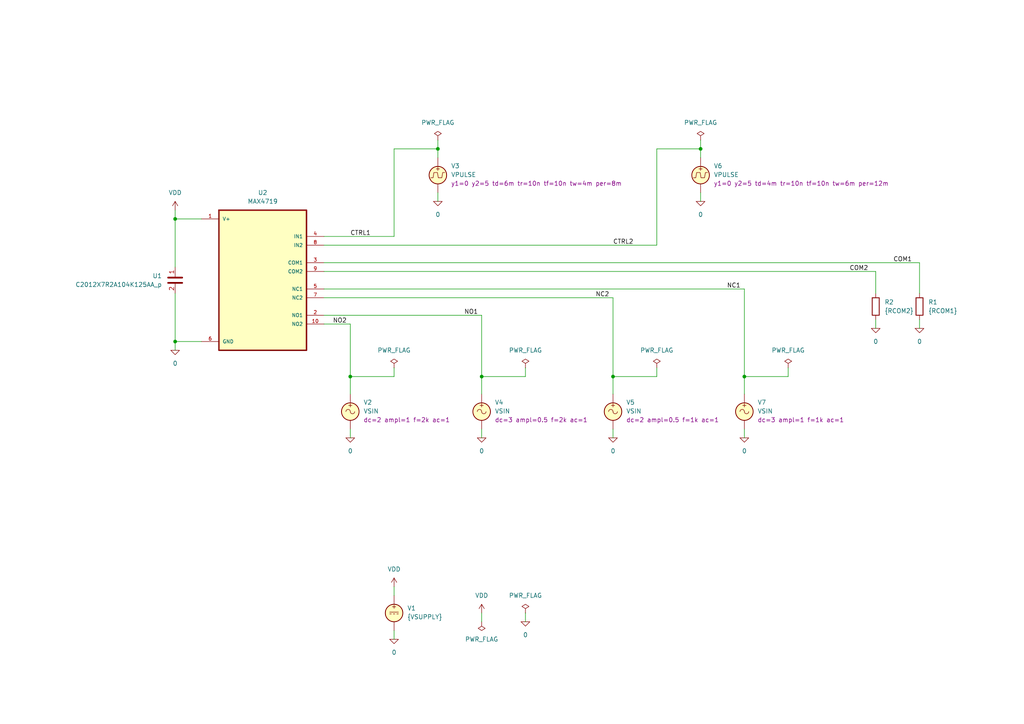
<source format=kicad_sch>
(kicad_sch
	(version 20231120)
	(generator "eeschema")
	(generator_version "8.0")
	(uuid "bd761aba-ec52-47d6-838b-b1e581af4a5e")
	(paper "A4")
	(title_block
		(title "20Ω, 300MHz Bandwidth, Dual SPDT Analog Switch in UCSP")
		(date "2024-07-24")
		(rev "2")
		(company "astroelectronic@")
		(comment 1 "-")
		(comment 2 "-")
		(comment 3 "-")
		(comment 4 "AE01019719")
	)
	(lib_symbols
		(symbol "MAX4719:0"
			(power)
			(pin_names
				(offset 0)
			)
			(exclude_from_sim no)
			(in_bom yes)
			(on_board yes)
			(property "Reference" "#GND"
				(at 0 -2.54 0)
				(effects
					(font
						(size 1.27 1.27)
					)
					(hide yes)
				)
			)
			(property "Value" "0"
				(at 0 -1.778 0)
				(effects
					(font
						(size 1.27 1.27)
					)
				)
			)
			(property "Footprint" ""
				(at 0 0 0)
				(effects
					(font
						(size 1.27 1.27)
					)
					(hide yes)
				)
			)
			(property "Datasheet" "~"
				(at 0 0 0)
				(effects
					(font
						(size 1.27 1.27)
					)
					(hide yes)
				)
			)
			(property "Description" "0V reference potential for simulation"
				(at 0 0 0)
				(effects
					(font
						(size 1.27 1.27)
					)
					(hide yes)
				)
			)
			(property "ki_keywords" "simulation"
				(at 0 0 0)
				(effects
					(font
						(size 1.27 1.27)
					)
					(hide yes)
				)
			)
			(symbol "0_0_1"
				(polyline
					(pts
						(xy -1.27 0) (xy 0 -1.27) (xy 1.27 0) (xy -1.27 0)
					)
					(stroke
						(width 0)
						(type default)
					)
					(fill
						(type none)
					)
				)
			)
			(symbol "0_1_1"
				(pin power_in line
					(at 0 0 0)
					(length 0) hide
					(name "0"
						(effects
							(font
								(size 1.016 1.016)
							)
						)
					)
					(number "1"
						(effects
							(font
								(size 1.016 1.016)
							)
						)
					)
				)
			)
		)
		(symbol "MAX4719:C"
			(pin_names
				(offset 0.254) hide)
			(exclude_from_sim no)
			(in_bom yes)
			(on_board yes)
			(property "Reference" "C"
				(at 0.635 2.54 0)
				(effects
					(font
						(size 1.27 1.27)
					)
					(justify left)
				)
			)
			(property "Value" "C"
				(at 0.635 -2.54 0)
				(effects
					(font
						(size 1.27 1.27)
					)
					(justify left)
				)
			)
			(property "Footprint" ""
				(at 0.9652 -3.81 0)
				(effects
					(font
						(size 1.27 1.27)
					)
					(hide yes)
				)
			)
			(property "Datasheet" "~"
				(at 0 0 0)
				(effects
					(font
						(size 1.27 1.27)
					)
					(hide yes)
				)
			)
			(property "Description" "Unpolarized capacitor"
				(at 0 0 0)
				(effects
					(font
						(size 1.27 1.27)
					)
					(hide yes)
				)
			)
			(property "ki_keywords" "cap capacitor"
				(at 0 0 0)
				(effects
					(font
						(size 1.27 1.27)
					)
					(hide yes)
				)
			)
			(property "ki_fp_filters" "C_*"
				(at 0 0 0)
				(effects
					(font
						(size 1.27 1.27)
					)
					(hide yes)
				)
			)
			(symbol "C_0_1"
				(polyline
					(pts
						(xy -2.032 -0.762) (xy 2.032 -0.762)
					)
					(stroke
						(width 0.508)
						(type default)
					)
					(fill
						(type none)
					)
				)
				(polyline
					(pts
						(xy -2.032 0.762) (xy 2.032 0.762)
					)
					(stroke
						(width 0.508)
						(type default)
					)
					(fill
						(type none)
					)
				)
			)
			(symbol "C_1_1"
				(pin passive line
					(at 0 3.81 270)
					(length 2.794)
					(name "~"
						(effects
							(font
								(size 1.27 1.27)
							)
						)
					)
					(number "1"
						(effects
							(font
								(size 1.27 1.27)
							)
						)
					)
				)
				(pin passive line
					(at 0 -3.81 90)
					(length 2.794)
					(name "~"
						(effects
							(font
								(size 1.27 1.27)
							)
						)
					)
					(number "2"
						(effects
							(font
								(size 1.27 1.27)
							)
						)
					)
				)
			)
		)
		(symbol "MAX4719:MAX4719"
			(pin_names
				(offset 1.016)
			)
			(exclude_from_sim no)
			(in_bom yes)
			(on_board yes)
			(property "Reference" "U"
				(at -12.7 21.32 0)
				(effects
					(font
						(size 1.27 1.27)
					)
					(justify left bottom)
				)
			)
			(property "Value" "MAX4719"
				(at -12.7 -24.32 0)
				(effects
					(font
						(size 1.27 1.27)
					)
					(justify left bottom)
				)
			)
			(property "Footprint" ""
				(at 0 0 0)
				(effects
					(font
						(size 1.27 1.27)
					)
					(justify bottom)
					(hide yes)
				)
			)
			(property "Datasheet" "https://www.analog.com/media/en/technical-documentation/data-sheets/MAX4719.pdf"
				(at 0 0 0)
				(effects
					(font
						(size 1.27 1.27)
					)
					(hide yes)
				)
			)
			(property "Description" "20Ω, 300MHz Bandwidth, Dual SPDT Analog Switch in UCSP. Simulation model."
				(at 0 0 0)
				(effects
					(font
						(size 1.27 1.27)
					)
					(hide yes)
				)
			)
			(symbol "MAX4719_0_0"
				(rectangle
					(start -12.7 -20.32)
					(end 12.7 20.32)
					(stroke
						(width 0.41)
						(type default)
					)
					(fill
						(type background)
					)
				)
				(pin passive line
					(at 17.78 17.78 180)
					(length 5.08)
					(name "V+"
						(effects
							(font
								(size 1.016 1.016)
							)
						)
					)
					(number "1"
						(effects
							(font
								(size 1.016 1.016)
							)
						)
					)
				)
				(pin passive line
					(at -17.78 -12.7 0)
					(length 5.08)
					(name "NO2"
						(effects
							(font
								(size 1.016 1.016)
							)
						)
					)
					(number "10"
						(effects
							(font
								(size 1.016 1.016)
							)
						)
					)
				)
				(pin passive line
					(at -17.78 -10.16 0)
					(length 5.08)
					(name "NO1"
						(effects
							(font
								(size 1.016 1.016)
							)
						)
					)
					(number "2"
						(effects
							(font
								(size 1.016 1.016)
							)
						)
					)
				)
				(pin passive line
					(at -17.78 5.08 0)
					(length 5.08)
					(name "COM1"
						(effects
							(font
								(size 1.016 1.016)
							)
						)
					)
					(number "3"
						(effects
							(font
								(size 1.016 1.016)
							)
						)
					)
				)
				(pin passive line
					(at -17.78 12.7 0)
					(length 5.08)
					(name "IN1"
						(effects
							(font
								(size 1.016 1.016)
							)
						)
					)
					(number "4"
						(effects
							(font
								(size 1.016 1.016)
							)
						)
					)
				)
				(pin passive line
					(at -17.78 -2.54 0)
					(length 5.08)
					(name "NC1"
						(effects
							(font
								(size 1.016 1.016)
							)
						)
					)
					(number "5"
						(effects
							(font
								(size 1.016 1.016)
							)
						)
					)
				)
				(pin passive line
					(at 17.78 -17.78 180)
					(length 5.08)
					(name "GND"
						(effects
							(font
								(size 1.016 1.016)
							)
						)
					)
					(number "6"
						(effects
							(font
								(size 1.016 1.016)
							)
						)
					)
				)
				(pin passive line
					(at -17.78 -5.08 0)
					(length 5.08)
					(name "NC2"
						(effects
							(font
								(size 1.016 1.016)
							)
						)
					)
					(number "7"
						(effects
							(font
								(size 1.016 1.016)
							)
						)
					)
				)
				(pin passive line
					(at -17.78 10.16 0)
					(length 5.08)
					(name "IN2"
						(effects
							(font
								(size 1.016 1.016)
							)
						)
					)
					(number "8"
						(effects
							(font
								(size 1.016 1.016)
							)
						)
					)
				)
				(pin passive line
					(at -17.78 2.54 0)
					(length 5.08)
					(name "COM2"
						(effects
							(font
								(size 1.016 1.016)
							)
						)
					)
					(number "9"
						(effects
							(font
								(size 1.016 1.016)
							)
						)
					)
				)
			)
		)
		(symbol "MAX4719:PWR_FLAG"
			(power)
			(pin_numbers hide)
			(pin_names
				(offset 0) hide)
			(exclude_from_sim no)
			(in_bom yes)
			(on_board yes)
			(property "Reference" "#FLG"
				(at 0 1.905 0)
				(effects
					(font
						(size 1.27 1.27)
					)
					(hide yes)
				)
			)
			(property "Value" "PWR_FLAG"
				(at 0 3.81 0)
				(effects
					(font
						(size 1.27 1.27)
					)
				)
			)
			(property "Footprint" ""
				(at 0 0 0)
				(effects
					(font
						(size 1.27 1.27)
					)
					(hide yes)
				)
			)
			(property "Datasheet" "~"
				(at 0 0 0)
				(effects
					(font
						(size 1.27 1.27)
					)
					(hide yes)
				)
			)
			(property "Description" "Special symbol for telling ERC where power comes from"
				(at 0 0 0)
				(effects
					(font
						(size 1.27 1.27)
					)
					(hide yes)
				)
			)
			(property "ki_keywords" "flag power"
				(at 0 0 0)
				(effects
					(font
						(size 1.27 1.27)
					)
					(hide yes)
				)
			)
			(symbol "PWR_FLAG_0_0"
				(pin power_out line
					(at 0 0 90)
					(length 0)
					(name "pwr"
						(effects
							(font
								(size 1.27 1.27)
							)
						)
					)
					(number "1"
						(effects
							(font
								(size 1.27 1.27)
							)
						)
					)
				)
			)
			(symbol "PWR_FLAG_0_1"
				(polyline
					(pts
						(xy 0 0) (xy 0 1.27) (xy -1.016 1.905) (xy 0 2.54) (xy 1.016 1.905) (xy 0 1.27)
					)
					(stroke
						(width 0)
						(type default)
					)
					(fill
						(type none)
					)
				)
			)
		)
		(symbol "MAX4719:R"
			(pin_numbers hide)
			(pin_names
				(offset 0)
			)
			(exclude_from_sim no)
			(in_bom yes)
			(on_board yes)
			(property "Reference" "R"
				(at 2.032 0 90)
				(effects
					(font
						(size 1.27 1.27)
					)
				)
			)
			(property "Value" "R"
				(at 0 0 90)
				(effects
					(font
						(size 1.27 1.27)
					)
				)
			)
			(property "Footprint" ""
				(at -1.778 0 90)
				(effects
					(font
						(size 1.27 1.27)
					)
					(hide yes)
				)
			)
			(property "Datasheet" "~"
				(at 0 0 0)
				(effects
					(font
						(size 1.27 1.27)
					)
					(hide yes)
				)
			)
			(property "Description" "Resistor"
				(at 0 0 0)
				(effects
					(font
						(size 1.27 1.27)
					)
					(hide yes)
				)
			)
			(property "ki_keywords" "R res resistor"
				(at 0 0 0)
				(effects
					(font
						(size 1.27 1.27)
					)
					(hide yes)
				)
			)
			(property "ki_fp_filters" "R_*"
				(at 0 0 0)
				(effects
					(font
						(size 1.27 1.27)
					)
					(hide yes)
				)
			)
			(symbol "R_0_1"
				(rectangle
					(start -1.016 -2.54)
					(end 1.016 2.54)
					(stroke
						(width 0.254)
						(type default)
					)
					(fill
						(type none)
					)
				)
			)
			(symbol "R_1_1"
				(pin passive line
					(at 0 3.81 270)
					(length 1.27)
					(name "~"
						(effects
							(font
								(size 1.27 1.27)
							)
						)
					)
					(number "1"
						(effects
							(font
								(size 1.27 1.27)
							)
						)
					)
				)
				(pin passive line
					(at 0 -3.81 90)
					(length 1.27)
					(name "~"
						(effects
							(font
								(size 1.27 1.27)
							)
						)
					)
					(number "2"
						(effects
							(font
								(size 1.27 1.27)
							)
						)
					)
				)
			)
		)
		(symbol "MAX4719:VDC"
			(pin_numbers hide)
			(pin_names
				(offset 0.0254)
			)
			(exclude_from_sim no)
			(in_bom yes)
			(on_board yes)
			(property "Reference" "V"
				(at 2.54 2.54 0)
				(effects
					(font
						(size 1.27 1.27)
					)
					(justify left)
				)
			)
			(property "Value" "1"
				(at 2.54 0 0)
				(effects
					(font
						(size 1.27 1.27)
					)
					(justify left)
				)
			)
			(property "Footprint" ""
				(at 0 0 0)
				(effects
					(font
						(size 1.27 1.27)
					)
					(hide yes)
				)
			)
			(property "Datasheet" "https://ngspice.sourceforge.io/docs/ngspice-html-manual/manual.xhtml#sec_Independent_Sources_for"
				(at 0 0 0)
				(effects
					(font
						(size 1.27 1.27)
					)
					(hide yes)
				)
			)
			(property "Description" "Voltage source, DC"
				(at 0 0 0)
				(effects
					(font
						(size 1.27 1.27)
					)
					(hide yes)
				)
			)
			(property "Sim.Pins" "1=+ 2=-"
				(at 0 0 0)
				(effects
					(font
						(size 1.27 1.27)
					)
					(hide yes)
				)
			)
			(property "Sim.Type" "DC"
				(at 0 0 0)
				(effects
					(font
						(size 1.27 1.27)
					)
					(hide yes)
				)
			)
			(property "Sim.Device" "V"
				(at 0 0 0)
				(effects
					(font
						(size 1.27 1.27)
					)
					(justify left)
					(hide yes)
				)
			)
			(property "ki_keywords" "simulation"
				(at 0 0 0)
				(effects
					(font
						(size 1.27 1.27)
					)
					(hide yes)
				)
			)
			(symbol "VDC_0_0"
				(polyline
					(pts
						(xy -1.27 0.254) (xy 1.27 0.254)
					)
					(stroke
						(width 0)
						(type default)
					)
					(fill
						(type none)
					)
				)
				(polyline
					(pts
						(xy -0.762 -0.254) (xy -1.27 -0.254)
					)
					(stroke
						(width 0)
						(type default)
					)
					(fill
						(type none)
					)
				)
				(polyline
					(pts
						(xy 0.254 -0.254) (xy -0.254 -0.254)
					)
					(stroke
						(width 0)
						(type default)
					)
					(fill
						(type none)
					)
				)
				(polyline
					(pts
						(xy 1.27 -0.254) (xy 0.762 -0.254)
					)
					(stroke
						(width 0)
						(type default)
					)
					(fill
						(type none)
					)
				)
				(text "+"
					(at 0 1.905 0)
					(effects
						(font
							(size 1.27 1.27)
						)
					)
				)
			)
			(symbol "VDC_0_1"
				(circle
					(center 0 0)
					(radius 2.54)
					(stroke
						(width 0.254)
						(type default)
					)
					(fill
						(type background)
					)
				)
			)
			(symbol "VDC_1_1"
				(pin passive line
					(at 0 5.08 270)
					(length 2.54)
					(name "~"
						(effects
							(font
								(size 1.27 1.27)
							)
						)
					)
					(number "1"
						(effects
							(font
								(size 1.27 1.27)
							)
						)
					)
				)
				(pin passive line
					(at 0 -5.08 90)
					(length 2.54)
					(name "~"
						(effects
							(font
								(size 1.27 1.27)
							)
						)
					)
					(number "2"
						(effects
							(font
								(size 1.27 1.27)
							)
						)
					)
				)
			)
		)
		(symbol "MAX4719:VDD"
			(power)
			(pin_names
				(offset 0)
			)
			(exclude_from_sim no)
			(in_bom yes)
			(on_board yes)
			(property "Reference" "#PWR"
				(at 0 -3.81 0)
				(effects
					(font
						(size 1.27 1.27)
					)
					(hide yes)
				)
			)
			(property "Value" "VDD"
				(at 0 3.81 0)
				(effects
					(font
						(size 1.27 1.27)
					)
				)
			)
			(property "Footprint" ""
				(at 0 0 0)
				(effects
					(font
						(size 1.27 1.27)
					)
					(hide yes)
				)
			)
			(property "Datasheet" ""
				(at 0 0 0)
				(effects
					(font
						(size 1.27 1.27)
					)
					(hide yes)
				)
			)
			(property "Description" "Power symbol creates a global label with name \"VDD\""
				(at 0 0 0)
				(effects
					(font
						(size 1.27 1.27)
					)
					(hide yes)
				)
			)
			(property "ki_keywords" "global power"
				(at 0 0 0)
				(effects
					(font
						(size 1.27 1.27)
					)
					(hide yes)
				)
			)
			(symbol "VDD_0_1"
				(polyline
					(pts
						(xy -0.762 1.27) (xy 0 2.54)
					)
					(stroke
						(width 0)
						(type default)
					)
					(fill
						(type none)
					)
				)
				(polyline
					(pts
						(xy 0 0) (xy 0 2.54)
					)
					(stroke
						(width 0)
						(type default)
					)
					(fill
						(type none)
					)
				)
				(polyline
					(pts
						(xy 0 2.54) (xy 0.762 1.27)
					)
					(stroke
						(width 0)
						(type default)
					)
					(fill
						(type none)
					)
				)
			)
			(symbol "VDD_1_1"
				(pin power_in line
					(at 0 0 90)
					(length 0) hide
					(name "VDD"
						(effects
							(font
								(size 1.27 1.27)
							)
						)
					)
					(number "1"
						(effects
							(font
								(size 1.27 1.27)
							)
						)
					)
				)
			)
		)
		(symbol "MAX4719:VPULSE"
			(pin_numbers hide)
			(pin_names
				(offset 0.0254)
			)
			(exclude_from_sim no)
			(in_bom yes)
			(on_board yes)
			(property "Reference" "V"
				(at 2.54 2.54 0)
				(effects
					(font
						(size 1.27 1.27)
					)
					(justify left)
				)
			)
			(property "Value" "VPULSE"
				(at 2.54 0 0)
				(effects
					(font
						(size 1.27 1.27)
					)
					(justify left)
				)
			)
			(property "Footprint" ""
				(at 0 0 0)
				(effects
					(font
						(size 1.27 1.27)
					)
					(hide yes)
				)
			)
			(property "Datasheet" "~"
				(at 0 0 0)
				(effects
					(font
						(size 1.27 1.27)
					)
					(hide yes)
				)
			)
			(property "Description" "Voltage source, pulse"
				(at 0 0 0)
				(effects
					(font
						(size 1.27 1.27)
					)
					(hide yes)
				)
			)
			(property "Sim.Pins" "1=+ 2=-"
				(at 0 0 0)
				(effects
					(font
						(size 1.27 1.27)
					)
					(hide yes)
				)
			)
			(property "Sim.Type" "PULSE"
				(at 0 0 0)
				(effects
					(font
						(size 1.27 1.27)
					)
					(hide yes)
				)
			)
			(property "Sim.Device" "V"
				(at 0 0 0)
				(effects
					(font
						(size 1.27 1.27)
					)
					(justify left)
					(hide yes)
				)
			)
			(property "Sim.Params" "y1=0 y2=1 td=2n tr=2n tf=2n tw=50n per=100n"
				(at 2.54 -2.54 0)
				(effects
					(font
						(size 1.27 1.27)
					)
					(justify left)
				)
			)
			(property "Spice_Netlist_Enabled" "Y"
				(at 0 0 0)
				(effects
					(font
						(size 1.27 1.27)
					)
					(justify left)
					(hide yes)
				)
			)
			(property "ki_keywords" "simulation"
				(at 0 0 0)
				(effects
					(font
						(size 1.27 1.27)
					)
					(hide yes)
				)
			)
			(symbol "VPULSE_0_0"
				(polyline
					(pts
						(xy -2.032 -0.762) (xy -1.397 -0.762) (xy -1.143 0.762) (xy -0.127 0.762) (xy 0.127 -0.762) (xy 1.143 -0.762)
						(xy 1.397 0.762) (xy 2.032 0.762)
					)
					(stroke
						(width 0)
						(type default)
					)
					(fill
						(type none)
					)
				)
				(text "+"
					(at 0 1.905 0)
					(effects
						(font
							(size 1.27 1.27)
						)
					)
				)
			)
			(symbol "VPULSE_0_1"
				(circle
					(center 0 0)
					(radius 2.54)
					(stroke
						(width 0.254)
						(type default)
					)
					(fill
						(type background)
					)
				)
			)
			(symbol "VPULSE_1_1"
				(pin passive line
					(at 0 5.08 270)
					(length 2.54)
					(name "~"
						(effects
							(font
								(size 1.27 1.27)
							)
						)
					)
					(number "1"
						(effects
							(font
								(size 1.27 1.27)
							)
						)
					)
				)
				(pin passive line
					(at 0 -5.08 90)
					(length 2.54)
					(name "~"
						(effects
							(font
								(size 1.27 1.27)
							)
						)
					)
					(number "2"
						(effects
							(font
								(size 1.27 1.27)
							)
						)
					)
				)
			)
		)
		(symbol "MAX4719:VSIN"
			(pin_numbers hide)
			(pin_names
				(offset 0.0254)
			)
			(exclude_from_sim no)
			(in_bom yes)
			(on_board yes)
			(property "Reference" "V"
				(at 2.54 2.54 0)
				(effects
					(font
						(size 1.27 1.27)
					)
					(justify left)
				)
			)
			(property "Value" "VSIN"
				(at 2.54 0 0)
				(effects
					(font
						(size 1.27 1.27)
					)
					(justify left)
				)
			)
			(property "Footprint" ""
				(at 0 0 0)
				(effects
					(font
						(size 1.27 1.27)
					)
					(hide yes)
				)
			)
			(property "Datasheet" "https://ngspice.sourceforge.io/docs/ngspice-html-manual/manual.xhtml#sec_Independent_Sources_for"
				(at 0 0 0)
				(effects
					(font
						(size 1.27 1.27)
					)
					(hide yes)
				)
			)
			(property "Description" "Voltage source, sinusoidal"
				(at 0 0 0)
				(effects
					(font
						(size 1.27 1.27)
					)
					(hide yes)
				)
			)
			(property "Sim.Pins" "1=+ 2=-"
				(at 0 0 0)
				(effects
					(font
						(size 1.27 1.27)
					)
					(hide yes)
				)
			)
			(property "Sim.Params" "dc=0 ampl=1 f=1k ac=1"
				(at 2.54 -2.54 0)
				(effects
					(font
						(size 1.27 1.27)
					)
					(justify left)
				)
			)
			(property "Sim.Type" "SIN"
				(at 0 0 0)
				(effects
					(font
						(size 1.27 1.27)
					)
					(hide yes)
				)
			)
			(property "Sim.Device" "V"
				(at 0 0 0)
				(effects
					(font
						(size 1.27 1.27)
					)
					(justify left)
					(hide yes)
				)
			)
			(property "ki_keywords" "simulation ac vac"
				(at 0 0 0)
				(effects
					(font
						(size 1.27 1.27)
					)
					(hide yes)
				)
			)
			(symbol "VSIN_0_0"
				(arc
					(start 0 0)
					(mid -0.635 0.6323)
					(end -1.27 0)
					(stroke
						(width 0)
						(type default)
					)
					(fill
						(type none)
					)
				)
				(arc
					(start 0 0)
					(mid 0.635 -0.6323)
					(end 1.27 0)
					(stroke
						(width 0)
						(type default)
					)
					(fill
						(type none)
					)
				)
				(text "+"
					(at 0 1.905 0)
					(effects
						(font
							(size 1.27 1.27)
						)
					)
				)
			)
			(symbol "VSIN_0_1"
				(circle
					(center 0 0)
					(radius 2.54)
					(stroke
						(width 0.254)
						(type default)
					)
					(fill
						(type background)
					)
				)
			)
			(symbol "VSIN_1_1"
				(pin passive line
					(at 0 5.08 270)
					(length 2.54)
					(name "~"
						(effects
							(font
								(size 1.27 1.27)
							)
						)
					)
					(number "1"
						(effects
							(font
								(size 1.27 1.27)
							)
						)
					)
				)
				(pin passive line
					(at 0 -5.08 90)
					(length 2.54)
					(name "~"
						(effects
							(font
								(size 1.27 1.27)
							)
						)
					)
					(number "2"
						(effects
							(font
								(size 1.27 1.27)
							)
						)
					)
				)
			)
		)
	)
	(junction
		(at 139.7 109.22)
		(diameter 0)
		(color 0 0 0 0)
		(uuid "0e262d59-a6d8-425a-bf83-ac51b987e34a")
	)
	(junction
		(at 50.8 99.06)
		(diameter 0)
		(color 0 0 0 0)
		(uuid "19ba0524-6a48-490e-9b45-37602c4b17e4")
	)
	(junction
		(at 50.8 63.5)
		(diameter 0)
		(color 0 0 0 0)
		(uuid "36eece41-1186-43c7-b167-0d6f6d94bbb5")
	)
	(junction
		(at 127 43.18)
		(diameter 0)
		(color 0 0 0 0)
		(uuid "3d826d34-ecce-45b1-8daf-4eb656dbb629")
	)
	(junction
		(at 215.9 109.22)
		(diameter 0)
		(color 0 0 0 0)
		(uuid "6faeb218-24fa-44a6-a968-9447eb345c64")
	)
	(junction
		(at 177.8 109.22)
		(diameter 0)
		(color 0 0 0 0)
		(uuid "952fa76e-aa19-48e8-8300-8d01736d9835")
	)
	(junction
		(at 203.2 43.18)
		(diameter 0)
		(color 0 0 0 0)
		(uuid "c500f405-e780-4c93-b4b5-322bb3e5b8b5")
	)
	(junction
		(at 101.6 109.22)
		(diameter 0)
		(color 0 0 0 0)
		(uuid "cb2618d8-e4a9-4d85-941f-b20ee646497c")
	)
	(wire
		(pts
			(xy 228.6 109.22) (xy 215.9 109.22)
		)
		(stroke
			(width 0)
			(type default)
		)
		(uuid "04e87e17-c23e-4769-9c00-5b90bfbe21fc")
	)
	(wire
		(pts
			(xy 114.3 106.68) (xy 114.3 109.22)
		)
		(stroke
			(width 0)
			(type default)
		)
		(uuid "0c9e7b88-fcdc-4013-ac84-ea4764c0d4e4")
	)
	(wire
		(pts
			(xy 93.98 83.82) (xy 215.9 83.82)
		)
		(stroke
			(width 0)
			(type default)
		)
		(uuid "1285d270-e35e-4bb8-a98f-bade12fc2880")
	)
	(wire
		(pts
			(xy 58.42 99.06) (xy 50.8 99.06)
		)
		(stroke
			(width 0)
			(type default)
		)
		(uuid "13bb58ea-d5da-4d16-be83-02bf31725534")
	)
	(wire
		(pts
			(xy 215.9 124.46) (xy 215.9 127)
		)
		(stroke
			(width 0)
			(type default)
		)
		(uuid "15521b0a-a93b-4f24-a9c3-b4b312102c3e")
	)
	(wire
		(pts
			(xy 139.7 180.34) (xy 139.7 177.8)
		)
		(stroke
			(width 0)
			(type default)
		)
		(uuid "1cda25e7-c57c-4c3e-a0f1-41abfbf84400")
	)
	(wire
		(pts
			(xy 203.2 55.88) (xy 203.2 58.42)
		)
		(stroke
			(width 0)
			(type default)
		)
		(uuid "1e3d2e58-de5c-4fd4-ad0a-993c4ea88fc9")
	)
	(wire
		(pts
			(xy 254 92.71) (xy 254 95.25)
		)
		(stroke
			(width 0)
			(type default)
		)
		(uuid "20ba7098-c93c-4dad-a9f9-ff7fbaee7f77")
	)
	(wire
		(pts
			(xy 177.8 109.22) (xy 190.5 109.22)
		)
		(stroke
			(width 0)
			(type default)
		)
		(uuid "21b99b01-736d-4b6b-b506-097885398080")
	)
	(wire
		(pts
			(xy 50.8 85.09) (xy 50.8 99.06)
		)
		(stroke
			(width 0)
			(type default)
		)
		(uuid "267b5c63-aa73-47ca-b07f-f691ee8929e3")
	)
	(wire
		(pts
			(xy 152.4 180.34) (xy 152.4 177.8)
		)
		(stroke
			(width 0)
			(type default)
		)
		(uuid "272dc728-3d06-4ea2-a25d-fda4d5c59d32")
	)
	(wire
		(pts
			(xy 266.7 92.71) (xy 266.7 95.25)
		)
		(stroke
			(width 0)
			(type default)
		)
		(uuid "28903cd3-62f3-4597-b08d-d1f983dc776e")
	)
	(wire
		(pts
			(xy 152.4 109.22) (xy 139.7 109.22)
		)
		(stroke
			(width 0)
			(type default)
		)
		(uuid "2b8c232c-1eee-4ea9-b809-a88fb8decbe3")
	)
	(wire
		(pts
			(xy 254 78.74) (xy 254 85.09)
		)
		(stroke
			(width 0)
			(type default)
		)
		(uuid "2ce5f56a-34ed-4a58-a217-e51677e812c5")
	)
	(wire
		(pts
			(xy 190.5 71.12) (xy 190.5 43.18)
		)
		(stroke
			(width 0)
			(type default)
		)
		(uuid "3377bdd4-54e0-49e6-b0cf-72e7ea3b8ce9")
	)
	(wire
		(pts
			(xy 152.4 106.68) (xy 152.4 109.22)
		)
		(stroke
			(width 0)
			(type default)
		)
		(uuid "38ae920e-30e2-4fa4-86c0-1aa18eba9219")
	)
	(wire
		(pts
			(xy 114.3 182.88) (xy 114.3 185.42)
		)
		(stroke
			(width 0)
			(type default)
		)
		(uuid "3c98e5c0-b9f0-4456-a004-966d6f64f4bf")
	)
	(wire
		(pts
			(xy 93.98 76.2) (xy 266.7 76.2)
		)
		(stroke
			(width 0)
			(type default)
		)
		(uuid "3cbc93fa-965b-43a1-8cac-e4fc07bf6744")
	)
	(wire
		(pts
			(xy 190.5 106.68) (xy 190.5 109.22)
		)
		(stroke
			(width 0)
			(type default)
		)
		(uuid "4cfcb2d8-93dd-45c4-8b97-545c9d21b811")
	)
	(wire
		(pts
			(xy 203.2 43.18) (xy 203.2 45.72)
		)
		(stroke
			(width 0)
			(type default)
		)
		(uuid "4e64c033-7237-41e3-91bd-88cd2123ef97")
	)
	(wire
		(pts
			(xy 50.8 99.06) (xy 50.8 101.6)
		)
		(stroke
			(width 0)
			(type default)
		)
		(uuid "54b70515-e49a-436f-865a-dfe7cfaab4de")
	)
	(wire
		(pts
			(xy 101.6 93.98) (xy 101.6 109.22)
		)
		(stroke
			(width 0)
			(type default)
		)
		(uuid "5610f752-42df-44e4-b6a7-adf5b9a3c937")
	)
	(wire
		(pts
			(xy 127 40.64) (xy 127 43.18)
		)
		(stroke
			(width 0)
			(type default)
		)
		(uuid "56546c01-6315-4f3f-99c6-5ce4803217fb")
	)
	(wire
		(pts
			(xy 114.3 170.18) (xy 114.3 172.72)
		)
		(stroke
			(width 0)
			(type default)
		)
		(uuid "5e5060c3-e2e3-46ed-b1e3-07d0b92aa414")
	)
	(wire
		(pts
			(xy 101.6 109.22) (xy 101.6 114.3)
		)
		(stroke
			(width 0)
			(type default)
		)
		(uuid "5e94d8c8-a3a2-46c8-960f-ea92080f5a83")
	)
	(wire
		(pts
			(xy 139.7 91.44) (xy 139.7 109.22)
		)
		(stroke
			(width 0)
			(type default)
		)
		(uuid "5f6834c2-c37e-41db-a2fa-854bef230e59")
	)
	(wire
		(pts
			(xy 93.98 78.74) (xy 254 78.74)
		)
		(stroke
			(width 0)
			(type default)
		)
		(uuid "6025af9b-704b-476a-a827-57cfafb7e81b")
	)
	(wire
		(pts
			(xy 177.8 114.3) (xy 177.8 109.22)
		)
		(stroke
			(width 0)
			(type default)
		)
		(uuid "6808963d-6941-442f-8d72-f987930e4ff5")
	)
	(wire
		(pts
			(xy 101.6 109.22) (xy 114.3 109.22)
		)
		(stroke
			(width 0)
			(type default)
		)
		(uuid "692b499b-c677-4f98-a0a2-c91ccad61371")
	)
	(wire
		(pts
			(xy 58.42 63.5) (xy 50.8 63.5)
		)
		(stroke
			(width 0)
			(type default)
		)
		(uuid "72b6a76d-3ce7-431d-8aa8-8bd29ec87594")
	)
	(wire
		(pts
			(xy 266.7 76.2) (xy 266.7 85.09)
		)
		(stroke
			(width 0)
			(type default)
		)
		(uuid "81c5eb2b-08c6-4698-9d49-5ef3c95f40db")
	)
	(wire
		(pts
			(xy 139.7 124.46) (xy 139.7 127)
		)
		(stroke
			(width 0)
			(type default)
		)
		(uuid "8490612a-b7cd-4de9-b1b1-b37adfe05e65")
	)
	(wire
		(pts
			(xy 203.2 40.64) (xy 203.2 43.18)
		)
		(stroke
			(width 0)
			(type default)
		)
		(uuid "8a37a5d6-10cc-4df9-ac3d-99cd244a6ec1")
	)
	(wire
		(pts
			(xy 215.9 109.22) (xy 215.9 83.82)
		)
		(stroke
			(width 0)
			(type default)
		)
		(uuid "9cfe377b-4234-42fa-b358-7d52ad9eccaf")
	)
	(wire
		(pts
			(xy 177.8 109.22) (xy 177.8 86.36)
		)
		(stroke
			(width 0)
			(type default)
		)
		(uuid "a06e8044-5b6b-4d85-95b8-8ae8870dfd5b")
	)
	(wire
		(pts
			(xy 101.6 93.98) (xy 93.98 93.98)
		)
		(stroke
			(width 0)
			(type default)
		)
		(uuid "a3a14f81-b8c0-477f-aeec-1676a9fe4e75")
	)
	(wire
		(pts
			(xy 93.98 91.44) (xy 139.7 91.44)
		)
		(stroke
			(width 0)
			(type default)
		)
		(uuid "a48956fb-d36b-44c7-a2e8-2acabb77d375")
	)
	(wire
		(pts
			(xy 228.6 106.68) (xy 228.6 109.22)
		)
		(stroke
			(width 0)
			(type default)
		)
		(uuid "a5bfe439-dda0-4d75-9bc1-dec88e76a110")
	)
	(wire
		(pts
			(xy 114.3 43.18) (xy 127 43.18)
		)
		(stroke
			(width 0)
			(type default)
		)
		(uuid "a6e7601e-c9d2-430f-8880-8a8f3b888723")
	)
	(wire
		(pts
			(xy 127 43.18) (xy 127 45.72)
		)
		(stroke
			(width 0)
			(type default)
		)
		(uuid "ac64307c-5f6d-4538-9fd5-9bfc365b9935")
	)
	(wire
		(pts
			(xy 93.98 86.36) (xy 177.8 86.36)
		)
		(stroke
			(width 0)
			(type default)
		)
		(uuid "ae1ada9f-e783-440b-8165-d72779286cb9")
	)
	(wire
		(pts
			(xy 177.8 124.46) (xy 177.8 127)
		)
		(stroke
			(width 0)
			(type default)
		)
		(uuid "bd116c1f-5451-4261-9452-950050d88565")
	)
	(wire
		(pts
			(xy 93.98 71.12) (xy 190.5 71.12)
		)
		(stroke
			(width 0)
			(type default)
		)
		(uuid "be39717d-1144-4e26-bfb4-255395cc0870")
	)
	(wire
		(pts
			(xy 93.98 68.58) (xy 114.3 68.58)
		)
		(stroke
			(width 0)
			(type default)
		)
		(uuid "bf4fe219-96df-453c-83c0-caf3063c2a1e")
	)
	(wire
		(pts
			(xy 127 55.88) (xy 127 58.42)
		)
		(stroke
			(width 0)
			(type default)
		)
		(uuid "c35e093c-6450-4f98-8a93-9989d795e137")
	)
	(wire
		(pts
			(xy 114.3 68.58) (xy 114.3 43.18)
		)
		(stroke
			(width 0)
			(type default)
		)
		(uuid "c88c5d9b-8c0c-4d75-aeb2-57a6e7c72563")
	)
	(wire
		(pts
			(xy 215.9 114.3) (xy 215.9 109.22)
		)
		(stroke
			(width 0)
			(type default)
		)
		(uuid "cae9f1de-0769-462d-8418-4a3f1d5b80d9")
	)
	(wire
		(pts
			(xy 139.7 109.22) (xy 139.7 114.3)
		)
		(stroke
			(width 0)
			(type default)
		)
		(uuid "d02d4f60-7c03-48f9-abd3-783b8fc73dff")
	)
	(wire
		(pts
			(xy 50.8 63.5) (xy 50.8 77.47)
		)
		(stroke
			(width 0)
			(type default)
		)
		(uuid "d29d1026-22a0-40e1-94c7-9ceb7ddd1631")
	)
	(wire
		(pts
			(xy 101.6 124.46) (xy 101.6 127)
		)
		(stroke
			(width 0)
			(type default)
		)
		(uuid "dbd7f8d1-15c0-49aa-9e71-454844da107e")
	)
	(wire
		(pts
			(xy 50.8 60.96) (xy 50.8 63.5)
		)
		(stroke
			(width 0)
			(type default)
		)
		(uuid "e6e5e678-4f2d-4e82-9bbf-20a146e7bba4")
	)
	(wire
		(pts
			(xy 203.2 43.18) (xy 190.5 43.18)
		)
		(stroke
			(width 0)
			(type default)
		)
		(uuid "eccb09a5-ef76-416c-a18c-06207436995c")
	)
	(label "COM2"
		(at 246.38 78.74 0)
		(fields_autoplaced yes)
		(effects
			(font
				(size 1.27 1.27)
			)
			(justify left bottom)
		)
		(uuid "18181725-d42d-441c-8aaf-37eabbad0f0a")
	)
	(label "COM1"
		(at 259.08 76.2 0)
		(fields_autoplaced yes)
		(effects
			(font
				(size 1.27 1.27)
			)
			(justify left bottom)
		)
		(uuid "519c84a3-46da-4a05-9437-5e2cedc21884")
	)
	(label "CTRL2"
		(at 177.8 71.12 0)
		(fields_autoplaced yes)
		(effects
			(font
				(size 1.27 1.27)
			)
			(justify left bottom)
		)
		(uuid "6ed9c791-950a-408e-8dfc-c3a67cb7c232")
	)
	(label "CTRL1"
		(at 101.6 68.58 0)
		(fields_autoplaced yes)
		(effects
			(font
				(size 1.27 1.27)
			)
			(justify left bottom)
		)
		(uuid "7054e8dc-3e13-48a0-8647-6a7b6bf5b024")
	)
	(label "NO2"
		(at 96.52 93.98 0)
		(fields_autoplaced yes)
		(effects
			(font
				(size 1.27 1.27)
			)
			(justify left bottom)
		)
		(uuid "751a3203-e265-42b5-8036-d6818f7e79b4")
	)
	(label "NC2"
		(at 172.72 86.36 0)
		(fields_autoplaced yes)
		(effects
			(font
				(size 1.27 1.27)
			)
			(justify left bottom)
		)
		(uuid "ac4f47b9-62d2-4473-8244-31287a5621b4")
	)
	(label "NO1"
		(at 134.62 91.44 0)
		(fields_autoplaced yes)
		(effects
			(font
				(size 1.27 1.27)
			)
			(justify left bottom)
		)
		(uuid "c436332e-4982-4238-8831-3c29ec3d2f2f")
	)
	(label "NC1"
		(at 210.82 83.82 0)
		(fields_autoplaced yes)
		(effects
			(font
				(size 1.27 1.27)
			)
			(justify left bottom)
		)
		(uuid "dba0fef5-5046-41fe-8da7-10b5ba1f2ea2")
	)
	(symbol
		(lib_id "MAX4719:VSIN")
		(at 139.7 119.38 0)
		(unit 1)
		(exclude_from_sim no)
		(in_bom yes)
		(on_board yes)
		(dnp no)
		(fields_autoplaced yes)
		(uuid "02d3b96d-647b-4451-bcf3-b72e057c141e")
		(property "Reference" "V4"
			(at 143.51 116.7101 0)
			(effects
				(font
					(size 1.27 1.27)
				)
				(justify left)
			)
		)
		(property "Value" "VSIN"
			(at 143.51 119.2501 0)
			(effects
				(font
					(size 1.27 1.27)
				)
				(justify left)
			)
		)
		(property "Footprint" ""
			(at 139.7 119.38 0)
			(effects
				(font
					(size 1.27 1.27)
				)
				(hide yes)
			)
		)
		(property "Datasheet" "https://ngspice.sourceforge.io/docs/ngspice-html-manual/manual.xhtml#sec_Independent_Sources_for"
			(at 139.7 119.38 0)
			(effects
				(font
					(size 1.27 1.27)
				)
				(hide yes)
			)
		)
		(property "Description" "Voltage source, sinusoidal"
			(at 139.7 119.38 0)
			(effects
				(font
					(size 1.27 1.27)
				)
				(hide yes)
			)
		)
		(property "Sim.Pins" "1=+ 2=-"
			(at 139.7 119.38 0)
			(effects
				(font
					(size 1.27 1.27)
				)
				(hide yes)
			)
		)
		(property "Sim.Params" "dc=3 ampl=0.5 f=2k ac=1"
			(at 143.51 121.7901 0)
			(effects
				(font
					(size 1.27 1.27)
				)
				(justify left)
			)
		)
		(property "Sim.Type" "SIN"
			(at 139.7 119.38 0)
			(effects
				(font
					(size 1.27 1.27)
				)
				(hide yes)
			)
		)
		(property "Sim.Device" "V"
			(at 139.7 119.38 0)
			(effects
				(font
					(size 1.27 1.27)
				)
				(justify left)
				(hide yes)
			)
		)
		(pin "1"
			(uuid "dabdc19b-d992-4f9d-96fd-d1405f4c2d9b")
		)
		(pin "2"
			(uuid "248bce6b-6707-4016-9a6b-ecd30a319edf")
		)
		(instances
			(project "MAX4719_sw"
				(path "/bd761aba-ec52-47d6-838b-b1e581af4a5e"
					(reference "V4")
					(unit 1)
				)
			)
		)
	)
	(symbol
		(lib_id "MAX4719:PWR_FLAG")
		(at 228.6 106.68 0)
		(unit 1)
		(exclude_from_sim no)
		(in_bom yes)
		(on_board yes)
		(dnp no)
		(fields_autoplaced yes)
		(uuid "08484a6f-d157-45db-8d25-a7faebe4d319")
		(property "Reference" "#FLG08"
			(at 228.6 104.775 0)
			(effects
				(font
					(size 1.27 1.27)
				)
				(hide yes)
			)
		)
		(property "Value" "PWR_FLAG"
			(at 228.6 101.6 0)
			(effects
				(font
					(size 1.27 1.27)
				)
			)
		)
		(property "Footprint" ""
			(at 228.6 106.68 0)
			(effects
				(font
					(size 1.27 1.27)
				)
				(hide yes)
			)
		)
		(property "Datasheet" "~"
			(at 228.6 106.68 0)
			(effects
				(font
					(size 1.27 1.27)
				)
				(hide yes)
			)
		)
		(property "Description" ""
			(at 228.6 106.68 0)
			(effects
				(font
					(size 1.27 1.27)
				)
				(hide yes)
			)
		)
		(pin "1"
			(uuid "1067c1ae-0406-4b6a-b46d-fe8c0c86ec98")
		)
		(instances
			(project ""
				(path "/4f6d3f03-9710-48c9-a185-f5720cf23501"
					(reference "#FLG08")
					(unit 1)
				)
			)
			(project ""
				(path "/bd761aba-ec52-47d6-838b-b1e581af4a5e"
					(reference "#FLG08")
					(unit 1)
				)
			)
		)
	)
	(symbol
		(lib_id "MAX4719:VDD")
		(at 50.8 60.96 0)
		(unit 1)
		(exclude_from_sim no)
		(in_bom yes)
		(on_board yes)
		(dnp no)
		(fields_autoplaced yes)
		(uuid "0adc2a85-925b-448a-a2a4-e45c00fcfe75")
		(property "Reference" "#PWR01"
			(at 50.8 64.77 0)
			(effects
				(font
					(size 1.27 1.27)
				)
				(hide yes)
			)
		)
		(property "Value" "VDD"
			(at 50.8 55.88 0)
			(effects
				(font
					(size 1.27 1.27)
				)
			)
		)
		(property "Footprint" ""
			(at 50.8 60.96 0)
			(effects
				(font
					(size 1.27 1.27)
				)
				(hide yes)
			)
		)
		(property "Datasheet" ""
			(at 50.8 60.96 0)
			(effects
				(font
					(size 1.27 1.27)
				)
				(hide yes)
			)
		)
		(property "Description" ""
			(at 50.8 60.96 0)
			(effects
				(font
					(size 1.27 1.27)
				)
				(hide yes)
			)
		)
		(pin "1"
			(uuid "3370661d-3e4c-4fd6-b21e-67a309e56181")
		)
		(instances
			(project ""
				(path "/4f6d3f03-9710-48c9-a185-f5720cf23501"
					(reference "#PWR01")
					(unit 1)
				)
			)
			(project ""
				(path "/bd761aba-ec52-47d6-838b-b1e581af4a5e"
					(reference "#PWR01")
					(unit 1)
				)
			)
		)
	)
	(symbol
		(lib_id "MAX4719:PWR_FLAG")
		(at 127 40.64 0)
		(unit 1)
		(exclude_from_sim no)
		(in_bom yes)
		(on_board yes)
		(dnp no)
		(fields_autoplaced yes)
		(uuid "1c860062-f8d3-46ca-be97-ec1206029522")
		(property "Reference" "#FLG03"
			(at 127 38.735 0)
			(effects
				(font
					(size 1.27 1.27)
				)
				(hide yes)
			)
		)
		(property "Value" "PWR_FLAG"
			(at 127 35.56 0)
			(effects
				(font
					(size 1.27 1.27)
				)
			)
		)
		(property "Footprint" ""
			(at 127 40.64 0)
			(effects
				(font
					(size 1.27 1.27)
				)
				(hide yes)
			)
		)
		(property "Datasheet" "~"
			(at 127 40.64 0)
			(effects
				(font
					(size 1.27 1.27)
				)
				(hide yes)
			)
		)
		(property "Description" ""
			(at 127 40.64 0)
			(effects
				(font
					(size 1.27 1.27)
				)
				(hide yes)
			)
		)
		(pin "1"
			(uuid "cfcfb996-fc9f-48e6-a31f-c233d17e381d")
		)
		(instances
			(project ""
				(path "/4f6d3f03-9710-48c9-a185-f5720cf23501"
					(reference "#FLG03")
					(unit 1)
				)
			)
			(project ""
				(path "/bd761aba-ec52-47d6-838b-b1e581af4a5e"
					(reference "#FLG03")
					(unit 1)
				)
			)
		)
	)
	(symbol
		(lib_id "MAX4719:0")
		(at 50.8 101.6 0)
		(unit 1)
		(exclude_from_sim no)
		(in_bom yes)
		(on_board yes)
		(dnp no)
		(fields_autoplaced yes)
		(uuid "22cb7a97-faaa-4255-8b3a-de5c76e99c3d")
		(property "Reference" "#GND01"
			(at 50.8 104.14 0)
			(effects
				(font
					(size 1.27 1.27)
				)
				(hide yes)
			)
		)
		(property "Value" "0"
			(at 50.8 105.41 0)
			(effects
				(font
					(size 1.27 1.27)
				)
			)
		)
		(property "Footprint" ""
			(at 50.8 101.6 0)
			(effects
				(font
					(size 1.27 1.27)
				)
				(hide yes)
			)
		)
		(property "Datasheet" "~"
			(at 50.8 101.6 0)
			(effects
				(font
					(size 1.27 1.27)
				)
				(hide yes)
			)
		)
		(property "Description" ""
			(at 50.8 101.6 0)
			(effects
				(font
					(size 1.27 1.27)
				)
				(hide yes)
			)
		)
		(pin "1"
			(uuid "0772253f-45f8-4dc1-b3e6-e05809d781fe")
		)
		(instances
			(project ""
				(path "/4f6d3f03-9710-48c9-a185-f5720cf23501"
					(reference "#GND01")
					(unit 1)
				)
			)
			(project ""
				(path "/bd761aba-ec52-47d6-838b-b1e581af4a5e"
					(reference "#GND01")
					(unit 1)
				)
			)
		)
	)
	(symbol
		(lib_id "MAX4719:PWR_FLAG")
		(at 152.4 106.68 0)
		(unit 1)
		(exclude_from_sim no)
		(in_bom yes)
		(on_board yes)
		(dnp no)
		(uuid "36d7c385-9cc7-4bd3-8ed1-813dfacf4157")
		(property "Reference" "#FLG05"
			(at 152.4 104.775 0)
			(effects
				(font
					(size 1.27 1.27)
				)
				(hide yes)
			)
		)
		(property "Value" "PWR_FLAG"
			(at 152.4 101.6 0)
			(effects
				(font
					(size 1.27 1.27)
				)
			)
		)
		(property "Footprint" ""
			(at 152.4 106.68 0)
			(effects
				(font
					(size 1.27 1.27)
				)
				(hide yes)
			)
		)
		(property "Datasheet" "~"
			(at 152.4 106.68 0)
			(effects
				(font
					(size 1.27 1.27)
				)
				(hide yes)
			)
		)
		(property "Description" ""
			(at 152.4 106.68 0)
			(effects
				(font
					(size 1.27 1.27)
				)
				(hide yes)
			)
		)
		(pin "1"
			(uuid "fb676786-b4ff-4bc5-a89c-99d053c84ff9")
		)
		(instances
			(project ""
				(path "/4f6d3f03-9710-48c9-a185-f5720cf23501"
					(reference "#FLG05")
					(unit 1)
				)
			)
			(project ""
				(path "/bd761aba-ec52-47d6-838b-b1e581af4a5e"
					(reference "#FLG05")
					(unit 1)
				)
			)
		)
	)
	(symbol
		(lib_id "MAX4719:VSIN")
		(at 101.6 119.38 0)
		(unit 1)
		(exclude_from_sim no)
		(in_bom yes)
		(on_board yes)
		(dnp no)
		(fields_autoplaced yes)
		(uuid "3c842674-2dbd-4741-9532-7970f679a577")
		(property "Reference" "V2"
			(at 105.41 116.7101 0)
			(effects
				(font
					(size 1.27 1.27)
				)
				(justify left)
			)
		)
		(property "Value" "VSIN"
			(at 105.41 119.2501 0)
			(effects
				(font
					(size 1.27 1.27)
				)
				(justify left)
			)
		)
		(property "Footprint" ""
			(at 101.6 119.38 0)
			(effects
				(font
					(size 1.27 1.27)
				)
				(hide yes)
			)
		)
		(property "Datasheet" "https://ngspice.sourceforge.io/docs/ngspice-html-manual/manual.xhtml#sec_Independent_Sources_for"
			(at 101.6 119.38 0)
			(effects
				(font
					(size 1.27 1.27)
				)
				(hide yes)
			)
		)
		(property "Description" "Voltage source, sinusoidal"
			(at 101.6 119.38 0)
			(effects
				(font
					(size 1.27 1.27)
				)
				(hide yes)
			)
		)
		(property "Sim.Pins" "1=+ 2=-"
			(at 101.6 119.38 0)
			(effects
				(font
					(size 1.27 1.27)
				)
				(hide yes)
			)
		)
		(property "Sim.Params" "dc=2 ampl=1 f=2k ac=1"
			(at 105.41 121.7901 0)
			(effects
				(font
					(size 1.27 1.27)
				)
				(justify left)
			)
		)
		(property "Sim.Type" "SIN"
			(at 101.6 119.38 0)
			(effects
				(font
					(size 1.27 1.27)
				)
				(hide yes)
			)
		)
		(property "Sim.Device" "V"
			(at 101.6 119.38 0)
			(effects
				(font
					(size 1.27 1.27)
				)
				(justify left)
				(hide yes)
			)
		)
		(pin "1"
			(uuid "c8ea5642-5b92-4da7-bfa5-799398180b07")
		)
		(pin "2"
			(uuid "8a41f588-2b74-40b1-a1f1-4fc4dca0d4bd")
		)
		(instances
			(project ""
				(path "/bd761aba-ec52-47d6-838b-b1e581af4a5e"
					(reference "V2")
					(unit 1)
				)
			)
		)
	)
	(symbol
		(lib_id "MAX4719:PWR_FLAG")
		(at 190.5 106.68 0)
		(unit 1)
		(exclude_from_sim no)
		(in_bom yes)
		(on_board yes)
		(dnp no)
		(fields_autoplaced yes)
		(uuid "46d76a9f-26c5-4d04-bb12-b52f0b0f25d3")
		(property "Reference" "#FLG07"
			(at 190.5 104.775 0)
			(effects
				(font
					(size 1.27 1.27)
				)
				(hide yes)
			)
		)
		(property "Value" "PWR_FLAG"
			(at 190.5 101.6 0)
			(effects
				(font
					(size 1.27 1.27)
				)
			)
		)
		(property "Footprint" ""
			(at 190.5 106.68 0)
			(effects
				(font
					(size 1.27 1.27)
				)
				(hide yes)
			)
		)
		(property "Datasheet" "~"
			(at 190.5 106.68 0)
			(effects
				(font
					(size 1.27 1.27)
				)
				(hide yes)
			)
		)
		(property "Description" ""
			(at 190.5 106.68 0)
			(effects
				(font
					(size 1.27 1.27)
				)
				(hide yes)
			)
		)
		(pin "1"
			(uuid "20bcc116-5cc0-42a5-8ce6-10b61bef5d14")
		)
		(instances
			(project ""
				(path "/4f6d3f03-9710-48c9-a185-f5720cf23501"
					(reference "#FLG07")
					(unit 1)
				)
			)
			(project ""
				(path "/bd761aba-ec52-47d6-838b-b1e581af4a5e"
					(reference "#FLG07")
					(unit 1)
				)
			)
		)
	)
	(symbol
		(lib_id "MAX4719:VSIN")
		(at 177.8 119.38 0)
		(unit 1)
		(exclude_from_sim no)
		(in_bom yes)
		(on_board yes)
		(dnp no)
		(fields_autoplaced yes)
		(uuid "49f77dd6-130a-476a-8302-e06b8a174185")
		(property "Reference" "V5"
			(at 181.61 116.7101 0)
			(effects
				(font
					(size 1.27 1.27)
				)
				(justify left)
			)
		)
		(property "Value" "VSIN"
			(at 181.61 119.2501 0)
			(effects
				(font
					(size 1.27 1.27)
				)
				(justify left)
			)
		)
		(property "Footprint" ""
			(at 177.8 119.38 0)
			(effects
				(font
					(size 1.27 1.27)
				)
				(hide yes)
			)
		)
		(property "Datasheet" "https://ngspice.sourceforge.io/docs/ngspice-html-manual/manual.xhtml#sec_Independent_Sources_for"
			(at 177.8 119.38 0)
			(effects
				(font
					(size 1.27 1.27)
				)
				(hide yes)
			)
		)
		(property "Description" "Voltage source, sinusoidal"
			(at 177.8 119.38 0)
			(effects
				(font
					(size 1.27 1.27)
				)
				(hide yes)
			)
		)
		(property "Sim.Pins" "1=+ 2=-"
			(at 177.8 119.38 0)
			(effects
				(font
					(size 1.27 1.27)
				)
				(hide yes)
			)
		)
		(property "Sim.Params" "dc=2 ampl=0.5 f=1k ac=1"
			(at 181.61 121.7901 0)
			(effects
				(font
					(size 1.27 1.27)
				)
				(justify left)
			)
		)
		(property "Sim.Type" "SIN"
			(at 177.8 119.38 0)
			(effects
				(font
					(size 1.27 1.27)
				)
				(hide yes)
			)
		)
		(property "Sim.Device" "V"
			(at 177.8 119.38 0)
			(effects
				(font
					(size 1.27 1.27)
				)
				(justify left)
				(hide yes)
			)
		)
		(pin "1"
			(uuid "485ecdfa-a33f-41c9-aadb-69c2bdd85a6f")
		)
		(pin "2"
			(uuid "e4b3f272-c4da-4dd4-ad13-79f224d439dd")
		)
		(instances
			(project "MAX4719_sw"
				(path "/bd761aba-ec52-47d6-838b-b1e581af4a5e"
					(reference "V5")
					(unit 1)
				)
			)
		)
	)
	(symbol
		(lib_id "MAX4719:PWR_FLAG")
		(at 114.3 106.68 0)
		(unit 1)
		(exclude_from_sim no)
		(in_bom yes)
		(on_board yes)
		(dnp no)
		(fields_autoplaced yes)
		(uuid "4ac13de2-be46-4138-a981-981f529b8abc")
		(property "Reference" "#FLG04"
			(at 114.3 104.775 0)
			(effects
				(font
					(size 1.27 1.27)
				)
				(hide yes)
			)
		)
		(property "Value" "PWR_FLAG"
			(at 114.3 101.6 0)
			(effects
				(font
					(size 1.27 1.27)
				)
			)
		)
		(property "Footprint" ""
			(at 114.3 106.68 0)
			(effects
				(font
					(size 1.27 1.27)
				)
				(hide yes)
			)
		)
		(property "Datasheet" "~"
			(at 114.3 106.68 0)
			(effects
				(font
					(size 1.27 1.27)
				)
				(hide yes)
			)
		)
		(property "Description" ""
			(at 114.3 106.68 0)
			(effects
				(font
					(size 1.27 1.27)
				)
				(hide yes)
			)
		)
		(pin "1"
			(uuid "b33de9cf-2d24-435c-8755-4bfc953d24f5")
		)
		(instances
			(project ""
				(path "/4f6d3f03-9710-48c9-a185-f5720cf23501"
					(reference "#FLG04")
					(unit 1)
				)
			)
			(project ""
				(path "/bd761aba-ec52-47d6-838b-b1e581af4a5e"
					(reference "#FLG04")
					(unit 1)
				)
			)
		)
	)
	(symbol
		(lib_id "MAX4719:0")
		(at 152.4 180.34 0)
		(unit 1)
		(exclude_from_sim no)
		(in_bom yes)
		(on_board yes)
		(dnp no)
		(fields_autoplaced yes)
		(uuid "56b3a7b2-2d5d-4bed-870c-2502270a9692")
		(property "Reference" "#GND03"
			(at 152.4 182.88 0)
			(effects
				(font
					(size 1.27 1.27)
				)
				(hide yes)
			)
		)
		(property "Value" "0"
			(at 152.4 184.15 0)
			(effects
				(font
					(size 1.27 1.27)
				)
			)
		)
		(property "Footprint" ""
			(at 152.4 180.34 0)
			(effects
				(font
					(size 1.27 1.27)
				)
				(hide yes)
			)
		)
		(property "Datasheet" "~"
			(at 152.4 180.34 0)
			(effects
				(font
					(size 1.27 1.27)
				)
				(hide yes)
			)
		)
		(property "Description" ""
			(at 152.4 180.34 0)
			(effects
				(font
					(size 1.27 1.27)
				)
				(hide yes)
			)
		)
		(pin "1"
			(uuid "696d3e83-322b-4e73-a599-5c7bb1c2ee5c")
		)
		(instances
			(project ""
				(path "/4f6d3f03-9710-48c9-a185-f5720cf23501"
					(reference "#GND03")
					(unit 1)
				)
			)
			(project ""
				(path "/bd761aba-ec52-47d6-838b-b1e581af4a5e"
					(reference "#GND03")
					(unit 1)
				)
			)
		)
	)
	(symbol
		(lib_id "MAX4719:0")
		(at 266.7 95.25 0)
		(unit 1)
		(exclude_from_sim no)
		(in_bom yes)
		(on_board yes)
		(dnp no)
		(fields_autoplaced yes)
		(uuid "5a1f1819-d9f7-4d2d-9acd-b45e802e8d7e")
		(property "Reference" "#GND011"
			(at 266.7 97.79 0)
			(effects
				(font
					(size 1.27 1.27)
				)
				(hide yes)
			)
		)
		(property "Value" "0"
			(at 266.7 99.06 0)
			(effects
				(font
					(size 1.27 1.27)
				)
			)
		)
		(property "Footprint" ""
			(at 266.7 95.25 0)
			(effects
				(font
					(size 1.27 1.27)
				)
				(hide yes)
			)
		)
		(property "Datasheet" "~"
			(at 266.7 95.25 0)
			(effects
				(font
					(size 1.27 1.27)
				)
				(hide yes)
			)
		)
		(property "Description" ""
			(at 266.7 95.25 0)
			(effects
				(font
					(size 1.27 1.27)
				)
				(hide yes)
			)
		)
		(pin "1"
			(uuid "83bfede2-bcc2-49ef-8c13-9cc099a0786d")
		)
		(instances
			(project ""
				(path "/4f6d3f03-9710-48c9-a185-f5720cf23501"
					(reference "#GND011")
					(unit 1)
				)
			)
			(project ""
				(path "/bd761aba-ec52-47d6-838b-b1e581af4a5e"
					(reference "#GND011")
					(unit 1)
				)
			)
		)
	)
	(symbol
		(lib_id "MAX4719:VDD")
		(at 114.3 170.18 0)
		(unit 1)
		(exclude_from_sim no)
		(in_bom yes)
		(on_board yes)
		(dnp no)
		(fields_autoplaced yes)
		(uuid "5d7d6f36-66b2-4388-bbf9-5b50b245689f")
		(property "Reference" "#PWR02"
			(at 114.3 173.99 0)
			(effects
				(font
					(size 1.27 1.27)
				)
				(hide yes)
			)
		)
		(property "Value" "VDD"
			(at 114.3 165.1 0)
			(effects
				(font
					(size 1.27 1.27)
				)
			)
		)
		(property "Footprint" ""
			(at 114.3 170.18 0)
			(effects
				(font
					(size 1.27 1.27)
				)
				(hide yes)
			)
		)
		(property "Datasheet" ""
			(at 114.3 170.18 0)
			(effects
				(font
					(size 1.27 1.27)
				)
				(hide yes)
			)
		)
		(property "Description" ""
			(at 114.3 170.18 0)
			(effects
				(font
					(size 1.27 1.27)
				)
				(hide yes)
			)
		)
		(pin "1"
			(uuid "72473d17-f9f3-46b1-934e-3ddaaa600e1d")
		)
		(instances
			(project ""
				(path "/4f6d3f03-9710-48c9-a185-f5720cf23501"
					(reference "#PWR02")
					(unit 1)
				)
			)
			(project ""
				(path "/bd761aba-ec52-47d6-838b-b1e581af4a5e"
					(reference "#PWR02")
					(unit 1)
				)
			)
		)
	)
	(symbol
		(lib_id "MAX4719:0")
		(at 114.3 185.42 0)
		(unit 1)
		(exclude_from_sim no)
		(in_bom yes)
		(on_board yes)
		(dnp no)
		(fields_autoplaced yes)
		(uuid "616d1a55-5b5b-45f1-a5cf-0f18c9885d8c")
		(property "Reference" "#GND02"
			(at 114.3 187.96 0)
			(effects
				(font
					(size 1.27 1.27)
				)
				(hide yes)
			)
		)
		(property "Value" "0"
			(at 114.3 189.23 0)
			(effects
				(font
					(size 1.27 1.27)
				)
			)
		)
		(property "Footprint" ""
			(at 114.3 185.42 0)
			(effects
				(font
					(size 1.27 1.27)
				)
				(hide yes)
			)
		)
		(property "Datasheet" "~"
			(at 114.3 185.42 0)
			(effects
				(font
					(size 1.27 1.27)
				)
				(hide yes)
			)
		)
		(property "Description" ""
			(at 114.3 185.42 0)
			(effects
				(font
					(size 1.27 1.27)
				)
				(hide yes)
			)
		)
		(pin "1"
			(uuid "89d82ba8-1602-4dca-8c69-a3fe1f643892")
		)
		(instances
			(project ""
				(path "/4f6d3f03-9710-48c9-a185-f5720cf23501"
					(reference "#GND02")
					(unit 1)
				)
			)
			(project ""
				(path "/bd761aba-ec52-47d6-838b-b1e581af4a5e"
					(reference "#GND02")
					(unit 1)
				)
			)
		)
	)
	(symbol
		(lib_id "MAX4719:0")
		(at 254 95.25 0)
		(unit 1)
		(exclude_from_sim no)
		(in_bom yes)
		(on_board yes)
		(dnp no)
		(fields_autoplaced yes)
		(uuid "67621f28-06a4-498b-b30d-dea95a48755c")
		(property "Reference" "#GND010"
			(at 254 97.79 0)
			(effects
				(font
					(size 1.27 1.27)
				)
				(hide yes)
			)
		)
		(property "Value" "0"
			(at 254 99.06 0)
			(effects
				(font
					(size 1.27 1.27)
				)
			)
		)
		(property "Footprint" ""
			(at 254 95.25 0)
			(effects
				(font
					(size 1.27 1.27)
				)
				(hide yes)
			)
		)
		(property "Datasheet" "~"
			(at 254 95.25 0)
			(effects
				(font
					(size 1.27 1.27)
				)
				(hide yes)
			)
		)
		(property "Description" ""
			(at 254 95.25 0)
			(effects
				(font
					(size 1.27 1.27)
				)
				(hide yes)
			)
		)
		(pin "1"
			(uuid "4335f6f9-7407-4f2a-b49e-2665d168c514")
		)
		(instances
			(project ""
				(path "/4f6d3f03-9710-48c9-a185-f5720cf23501"
					(reference "#GND010")
					(unit 1)
				)
			)
			(project ""
				(path "/bd761aba-ec52-47d6-838b-b1e581af4a5e"
					(reference "#GND010")
					(unit 1)
				)
			)
		)
	)
	(symbol
		(lib_id "MAX4719:0")
		(at 203.2 58.42 0)
		(unit 1)
		(exclude_from_sim no)
		(in_bom yes)
		(on_board yes)
		(dnp no)
		(fields_autoplaced yes)
		(uuid "7784301c-22f6-4bc6-a1b3-e360fdba8520")
		(property "Reference" "#GND08"
			(at 203.2 60.96 0)
			(effects
				(font
					(size 1.27 1.27)
				)
				(hide yes)
			)
		)
		(property "Value" "0"
			(at 203.2 62.23 0)
			(effects
				(font
					(size 1.27 1.27)
				)
			)
		)
		(property "Footprint" ""
			(at 203.2 58.42 0)
			(effects
				(font
					(size 1.27 1.27)
				)
				(hide yes)
			)
		)
		(property "Datasheet" "~"
			(at 203.2 58.42 0)
			(effects
				(font
					(size 1.27 1.27)
				)
				(hide yes)
			)
		)
		(property "Description" ""
			(at 203.2 58.42 0)
			(effects
				(font
					(size 1.27 1.27)
				)
				(hide yes)
			)
		)
		(pin "1"
			(uuid "c44f473b-3d24-46ce-a0af-dc087d59d429")
		)
		(instances
			(project ""
				(path "/4f6d3f03-9710-48c9-a185-f5720cf23501"
					(reference "#GND08")
					(unit 1)
				)
			)
			(project ""
				(path "/bd761aba-ec52-47d6-838b-b1e581af4a5e"
					(reference "#GND08")
					(unit 1)
				)
			)
		)
	)
	(symbol
		(lib_id "MAX4719:0")
		(at 177.8 127 0)
		(unit 1)
		(exclude_from_sim no)
		(in_bom yes)
		(on_board yes)
		(dnp no)
		(fields_autoplaced yes)
		(uuid "8862893b-5d2f-41de-80c6-6bb9b9e0bdc2")
		(property "Reference" "#GND07"
			(at 177.8 129.54 0)
			(effects
				(font
					(size 1.27 1.27)
				)
				(hide yes)
			)
		)
		(property "Value" "0"
			(at 177.8 130.81 0)
			(effects
				(font
					(size 1.27 1.27)
				)
			)
		)
		(property "Footprint" ""
			(at 177.8 127 0)
			(effects
				(font
					(size 1.27 1.27)
				)
				(hide yes)
			)
		)
		(property "Datasheet" "~"
			(at 177.8 127 0)
			(effects
				(font
					(size 1.27 1.27)
				)
				(hide yes)
			)
		)
		(property "Description" ""
			(at 177.8 127 0)
			(effects
				(font
					(size 1.27 1.27)
				)
				(hide yes)
			)
		)
		(pin "1"
			(uuid "16a68764-e66b-4925-9f20-5981962ea924")
		)
		(instances
			(project ""
				(path "/4f6d3f03-9710-48c9-a185-f5720cf23501"
					(reference "#GND07")
					(unit 1)
				)
			)
			(project ""
				(path "/bd761aba-ec52-47d6-838b-b1e581af4a5e"
					(reference "#GND07")
					(unit 1)
				)
			)
		)
	)
	(symbol
		(lib_id "MAX4719:R")
		(at 266.7 88.9 0)
		(unit 1)
		(exclude_from_sim no)
		(in_bom yes)
		(on_board yes)
		(dnp no)
		(fields_autoplaced yes)
		(uuid "8be580f9-3c22-4f95-966a-dc96db7e9b79")
		(property "Reference" "R1"
			(at 269.24 87.6299 0)
			(effects
				(font
					(size 1.27 1.27)
				)
				(justify left)
			)
		)
		(property "Value" "{RCOM1}"
			(at 269.24 90.1699 0)
			(effects
				(font
					(size 1.27 1.27)
				)
				(justify left)
			)
		)
		(property "Footprint" ""
			(at 264.922 88.9 90)
			(effects
				(font
					(size 1.27 1.27)
				)
				(hide yes)
			)
		)
		(property "Datasheet" "~"
			(at 266.7 88.9 0)
			(effects
				(font
					(size 1.27 1.27)
				)
				(hide yes)
			)
		)
		(property "Description" ""
			(at 266.7 88.9 0)
			(effects
				(font
					(size 1.27 1.27)
				)
				(hide yes)
			)
		)
		(pin "1"
			(uuid "ad75a53c-8443-4c65-8d01-9fc1335e46e0")
		)
		(pin "2"
			(uuid "71f91c18-d87a-4ac7-a189-dcffdda7f25d")
		)
		(instances
			(project ""
				(path "/4f6d3f03-9710-48c9-a185-f5720cf23501"
					(reference "R1")
					(unit 1)
				)
			)
		)
	)
	(symbol
		(lib_id "MAX4719:PWR_FLAG")
		(at 139.7 180.34 180)
		(unit 1)
		(exclude_from_sim no)
		(in_bom yes)
		(on_board yes)
		(dnp no)
		(fields_autoplaced yes)
		(uuid "8c03dcf0-d2d8-4a0a-ac8b-27f9b0622cf2")
		(property "Reference" "#FLG01"
			(at 139.7 182.245 0)
			(effects
				(font
					(size 1.27 1.27)
				)
				(hide yes)
			)
		)
		(property "Value" "PWR_FLAG"
			(at 139.7 185.42 0)
			(effects
				(font
					(size 1.27 1.27)
				)
			)
		)
		(property "Footprint" ""
			(at 139.7 180.34 0)
			(effects
				(font
					(size 1.27 1.27)
				)
				(hide yes)
			)
		)
		(property "Datasheet" "~"
			(at 139.7 180.34 0)
			(effects
				(font
					(size 1.27 1.27)
				)
				(hide yes)
			)
		)
		(property "Description" ""
			(at 139.7 180.34 0)
			(effects
				(font
					(size 1.27 1.27)
				)
				(hide yes)
			)
		)
		(pin "1"
			(uuid "30d7fcc9-85f6-4687-ab56-058a3aef0bbb")
		)
		(instances
			(project ""
				(path "/4f6d3f03-9710-48c9-a185-f5720cf23501"
					(reference "#FLG01")
					(unit 1)
				)
			)
			(project ""
				(path "/bd761aba-ec52-47d6-838b-b1e581af4a5e"
					(reference "#FLG01")
					(unit 1)
				)
			)
		)
	)
	(symbol
		(lib_id "MAX4719:0")
		(at 127 58.42 0)
		(unit 1)
		(exclude_from_sim no)
		(in_bom yes)
		(on_board yes)
		(dnp no)
		(fields_autoplaced yes)
		(uuid "8df77cb6-9892-4a27-a453-a9dade2af787")
		(property "Reference" "#GND05"
			(at 127 60.96 0)
			(effects
				(font
					(size 1.27 1.27)
				)
				(hide yes)
			)
		)
		(property "Value" "0"
			(at 127 62.23 0)
			(effects
				(font
					(size 1.27 1.27)
				)
			)
		)
		(property "Footprint" ""
			(at 127 58.42 0)
			(effects
				(font
					(size 1.27 1.27)
				)
				(hide yes)
			)
		)
		(property "Datasheet" "~"
			(at 127 58.42 0)
			(effects
				(font
					(size 1.27 1.27)
				)
				(hide yes)
			)
		)
		(property "Description" ""
			(at 127 58.42 0)
			(effects
				(font
					(size 1.27 1.27)
				)
				(hide yes)
			)
		)
		(pin "1"
			(uuid "fd680e6b-89d9-4bc7-b656-83eac2582b98")
		)
		(instances
			(project ""
				(path "/4f6d3f03-9710-48c9-a185-f5720cf23501"
					(reference "#GND05")
					(unit 1)
				)
			)
			(project ""
				(path "/bd761aba-ec52-47d6-838b-b1e581af4a5e"
					(reference "#GND05")
					(unit 1)
				)
			)
		)
	)
	(symbol
		(lib_id "MAX4719:VPULSE")
		(at 203.2 50.8 0)
		(unit 1)
		(exclude_from_sim no)
		(in_bom yes)
		(on_board yes)
		(dnp no)
		(fields_autoplaced yes)
		(uuid "8f9504cb-bec9-44e7-bd6b-1a7fe815247a")
		(property "Reference" "V6"
			(at 207.01 48.1301 0)
			(effects
				(font
					(size 1.27 1.27)
				)
				(justify left)
			)
		)
		(property "Value" "VPULSE"
			(at 207.01 50.6701 0)
			(effects
				(font
					(size 1.27 1.27)
				)
				(justify left)
			)
		)
		(property "Footprint" ""
			(at 203.2 50.8 0)
			(effects
				(font
					(size 1.27 1.27)
				)
				(hide yes)
			)
		)
		(property "Datasheet" "~"
			(at 203.2 50.8 0)
			(effects
				(font
					(size 1.27 1.27)
				)
				(hide yes)
			)
		)
		(property "Description" ""
			(at 203.2 50.8 0)
			(effects
				(font
					(size 1.27 1.27)
				)
				(hide yes)
			)
		)
		(property "Sim.Device" "V"
			(at 203.2 50.8 0)
			(effects
				(font
					(size 1.27 1.27)
				)
				(justify left)
				(hide yes)
			)
		)
		(property "Sim.Type" "PULSE"
			(at 0 0 0)
			(effects
				(font
					(size 1.27 1.27)
				)
				(hide yes)
			)
		)
		(property "Sim.Params" "y1=0 y2=5 td=4m tr=10n tf=10n tw=6m per=12m"
			(at 207.01 53.2101 0)
			(effects
				(font
					(size 1.27 1.27)
				)
				(justify left)
			)
		)
		(property "Sim.Pins" "1=+ 2=-"
			(at 0 0 0)
			(effects
				(font
					(size 1.27 1.27)
				)
				(hide yes)
			)
		)
		(pin "1"
			(uuid "c74f5b76-152f-4822-956b-a45eec6e55b7")
		)
		(pin "2"
			(uuid "b47c0831-4959-4a0f-95a7-5f8ce731944f")
		)
		(instances
			(project ""
				(path "/4f6d3f03-9710-48c9-a185-f5720cf23501"
					(reference "V6")
					(unit 1)
				)
			)
		)
	)
	(symbol
		(lib_id "MAX4719:PWR_FLAG")
		(at 203.2 40.64 0)
		(unit 1)
		(exclude_from_sim no)
		(in_bom yes)
		(on_board yes)
		(dnp no)
		(fields_autoplaced yes)
		(uuid "909d4bcf-9f2d-49e1-8a10-7558146089a0")
		(property "Reference" "#FLG06"
			(at 203.2 38.735 0)
			(effects
				(font
					(size 1.27 1.27)
				)
				(hide yes)
			)
		)
		(property "Value" "PWR_FLAG"
			(at 203.2 35.56 0)
			(effects
				(font
					(size 1.27 1.27)
				)
			)
		)
		(property "Footprint" ""
			(at 203.2 40.64 0)
			(effects
				(font
					(size 1.27 1.27)
				)
				(hide yes)
			)
		)
		(property "Datasheet" "~"
			(at 203.2 40.64 0)
			(effects
				(font
					(size 1.27 1.27)
				)
				(hide yes)
			)
		)
		(property "Description" ""
			(at 203.2 40.64 0)
			(effects
				(font
					(size 1.27 1.27)
				)
				(hide yes)
			)
		)
		(pin "1"
			(uuid "b00d6f01-84bc-46e1-aae9-8e4171c7b099")
		)
		(instances
			(project ""
				(path "/4f6d3f03-9710-48c9-a185-f5720cf23501"
					(reference "#FLG06")
					(unit 1)
				)
			)
			(project ""
				(path "/bd761aba-ec52-47d6-838b-b1e581af4a5e"
					(reference "#FLG06")
					(unit 1)
				)
			)
		)
	)
	(symbol
		(lib_id "MAX4719:C")
		(at 50.8 81.28 0)
		(mirror y)
		(unit 1)
		(exclude_from_sim no)
		(in_bom yes)
		(on_board yes)
		(dnp no)
		(fields_autoplaced yes)
		(uuid "a48f9933-2cee-4241-af72-a47e2e5c5c6c")
		(property "Reference" "U1"
			(at 46.99 80.0099 0)
			(effects
				(font
					(size 1.27 1.27)
				)
				(justify left)
			)
		)
		(property "Value" "C2012X7R2A104K125AA_p"
			(at 46.99 82.5499 0)
			(effects
				(font
					(size 1.27 1.27)
				)
				(justify left)
			)
		)
		(property "Footprint" ""
			(at 49.8348 85.09 0)
			(effects
				(font
					(size 1.27 1.27)
				)
				(hide yes)
			)
		)
		(property "Datasheet" "~"
			(at 50.8 81.28 0)
			(effects
				(font
					(size 1.27 1.27)
				)
				(hide yes)
			)
		)
		(property "Description" ""
			(at 50.8 81.28 0)
			(effects
				(font
					(size 1.27 1.27)
				)
				(hide yes)
			)
		)
		(property "Sim.Device" "SUBCKT"
			(at 50.8 81.28 0)
			(effects
				(font
					(size 1.27 1.27)
				)
				(hide yes)
			)
		)
		(property "Sim.Pins" "1=n1 2=n2"
			(at -25.4 -7.62 0)
			(effects
				(font
					(size 1.27 1.27)
				)
				(hide yes)
			)
		)
		(property "Sim.Library" "C:\\AE\\MAX4719\\_models\\C2012X7R2A104K125AA_p.mod"
			(at 50.8 81.28 0)
			(effects
				(font
					(size 1.27 1.27)
				)
				(hide yes)
			)
		)
		(property "Sim.Name" "C2012X7R2A104K125AA_p"
			(at 50.8 81.28 0)
			(effects
				(font
					(size 1.27 1.27)
				)
				(hide yes)
			)
		)
		(pin "1"
			(uuid "a4b85235-e4ef-464b-9c91-057b822d11bc")
		)
		(pin "2"
			(uuid "06a321fb-e750-489f-b14f-c438f5ee2199")
		)
		(instances
			(project ""
				(path "/4f6d3f03-9710-48c9-a185-f5720cf23501"
					(reference "U1")
					(unit 1)
				)
			)
			(project ""
				(path "/bd761aba-ec52-47d6-838b-b1e581af4a5e"
					(reference "U1")
					(unit 1)
				)
			)
		)
	)
	(symbol
		(lib_id "MAX4719:MAX4719")
		(at 76.2 81.28 0)
		(mirror y)
		(unit 1)
		(exclude_from_sim no)
		(in_bom yes)
		(on_board yes)
		(dnp no)
		(fields_autoplaced yes)
		(uuid "bafed73b-c80d-491c-8d27-aa5325842c2e")
		(property "Reference" "U2"
			(at 76.2 55.88 0)
			(effects
				(font
					(size 1.27 1.27)
				)
			)
		)
		(property "Value" "MAX4719"
			(at 76.2 58.42 0)
			(effects
				(font
					(size 1.27 1.27)
				)
			)
		)
		(property "Footprint" ""
			(at 76.2 81.28 0)
			(effects
				(font
					(size 1.27 1.27)
				)
				(justify bottom)
				(hide yes)
			)
		)
		(property "Datasheet" "https://www.analog.com/media/en/technical-documentation/data-sheets/MAX4719.pdf"
			(at 76.2 81.28 0)
			(effects
				(font
					(size 1.27 1.27)
				)
				(hide yes)
			)
		)
		(property "Description" ""
			(at 76.2 81.28 0)
			(effects
				(font
					(size 1.27 1.27)
				)
				(hide yes)
			)
		)
		(property "Sim.Device" "SUBCKT"
			(at 76.2 81.28 0)
			(effects
				(font
					(size 1.27 1.27)
				)
				(hide yes)
			)
		)
		(property "Sim.Pins" "1=1 2=2 3=3 4=4 5=5 6=6 7=7 8=8 9=9 10=10"
			(at -25.4 -7.62 0)
			(effects
				(font
					(size 1.27 1.27)
				)
				(hide yes)
			)
		)
		(property "Sim.Library" "C:\\AE\\MAX4719\\_models\\MAX4719.FAM"
			(at 76.2 81.28 0)
			(effects
				(font
					(size 1.27 1.27)
				)
				(hide yes)
			)
		)
		(property "Sim.Name" "MAX4719"
			(at 76.2 81.28 0)
			(effects
				(font
					(size 1.27 1.27)
				)
				(hide yes)
			)
		)
		(pin "1"
			(uuid "fe0576ce-c75d-4c23-8368-1776d980e76e")
		)
		(pin "10"
			(uuid "c608b0c7-5fe3-4927-82ed-aadad33381ea")
		)
		(pin "2"
			(uuid "9a62fb8d-c95e-4ee1-8f86-aaa8e5a94d37")
		)
		(pin "3"
			(uuid "1ddbeab6-8767-4441-94e8-fa0c93fe0bc0")
		)
		(pin "4"
			(uuid "690b1b38-ed1e-4317-84df-7a7174609260")
		)
		(pin "5"
			(uuid "d310a216-d19b-434a-88b1-77e7cda68b38")
		)
		(pin "6"
			(uuid "4ed8b534-c9ba-458a-bc66-8c642319f066")
		)
		(pin "7"
			(uuid "9efb60d3-624f-4577-bd27-46ab0f2683f8")
		)
		(pin "8"
			(uuid "55abb43c-ea3c-4c37-ac2f-11f9688d4fe6")
		)
		(pin "9"
			(uuid "11200289-3ba3-4536-b1b3-ee17f6cc0038")
		)
		(instances
			(project ""
				(path "/4f6d3f03-9710-48c9-a185-f5720cf23501"
					(reference "U2")
					(unit 1)
				)
			)
			(project ""
				(path "/bd761aba-ec52-47d6-838b-b1e581af4a5e"
					(reference "U2")
					(unit 1)
				)
			)
		)
	)
	(symbol
		(lib_id "MAX4719:0")
		(at 101.6 127 0)
		(unit 1)
		(exclude_from_sim no)
		(in_bom yes)
		(on_board yes)
		(dnp no)
		(fields_autoplaced yes)
		(uuid "bbb81f34-fd31-460f-8c18-0e71d84def84")
		(property "Reference" "#GND04"
			(at 101.6 129.54 0)
			(effects
				(font
					(size 1.27 1.27)
				)
				(hide yes)
			)
		)
		(property "Value" "0"
			(at 101.6 130.81 0)
			(effects
				(font
					(size 1.27 1.27)
				)
			)
		)
		(property "Footprint" ""
			(at 101.6 127 0)
			(effects
				(font
					(size 1.27 1.27)
				)
				(hide yes)
			)
		)
		(property "Datasheet" "~"
			(at 101.6 127 0)
			(effects
				(font
					(size 1.27 1.27)
				)
				(hide yes)
			)
		)
		(property "Description" ""
			(at 101.6 127 0)
			(effects
				(font
					(size 1.27 1.27)
				)
				(hide yes)
			)
		)
		(pin "1"
			(uuid "c9b9ad22-2b06-48ee-8c0b-df41268cf909")
		)
		(instances
			(project ""
				(path "/4f6d3f03-9710-48c9-a185-f5720cf23501"
					(reference "#GND04")
					(unit 1)
				)
			)
			(project ""
				(path "/bd761aba-ec52-47d6-838b-b1e581af4a5e"
					(reference "#GND04")
					(unit 1)
				)
			)
		)
	)
	(symbol
		(lib_id "MAX4719:PWR_FLAG")
		(at 152.4 177.8 0)
		(unit 1)
		(exclude_from_sim no)
		(in_bom yes)
		(on_board yes)
		(dnp no)
		(fields_autoplaced yes)
		(uuid "c3acc709-65b2-4ac9-ad98-df9bdeb5cf03")
		(property "Reference" "#FLG02"
			(at 152.4 175.895 0)
			(effects
				(font
					(size 1.27 1.27)
				)
				(hide yes)
			)
		)
		(property "Value" "PWR_FLAG"
			(at 152.4 172.72 0)
			(effects
				(font
					(size 1.27 1.27)
				)
			)
		)
		(property "Footprint" ""
			(at 152.4 177.8 0)
			(effects
				(font
					(size 1.27 1.27)
				)
				(hide yes)
			)
		)
		(property "Datasheet" "~"
			(at 152.4 177.8 0)
			(effects
				(font
					(size 1.27 1.27)
				)
				(hide yes)
			)
		)
		(property "Description" ""
			(at 152.4 177.8 0)
			(effects
				(font
					(size 1.27 1.27)
				)
				(hide yes)
			)
		)
		(pin "1"
			(uuid "56ae41bc-47db-412c-adda-a2c56ca546c5")
		)
		(instances
			(project ""
				(path "/4f6d3f03-9710-48c9-a185-f5720cf23501"
					(reference "#FLG02")
					(unit 1)
				)
			)
			(project ""
				(path "/bd761aba-ec52-47d6-838b-b1e581af4a5e"
					(reference "#FLG02")
					(unit 1)
				)
			)
		)
	)
	(symbol
		(lib_id "MAX4719:0")
		(at 139.7 127 0)
		(unit 1)
		(exclude_from_sim no)
		(in_bom yes)
		(on_board yes)
		(dnp no)
		(fields_autoplaced yes)
		(uuid "c525050a-9f81-4127-baf0-0e5034e6a3a0")
		(property "Reference" "#GND06"
			(at 139.7 129.54 0)
			(effects
				(font
					(size 1.27 1.27)
				)
				(hide yes)
			)
		)
		(property "Value" "0"
			(at 139.7 130.81 0)
			(effects
				(font
					(size 1.27 1.27)
				)
			)
		)
		(property "Footprint" ""
			(at 139.7 127 0)
			(effects
				(font
					(size 1.27 1.27)
				)
				(hide yes)
			)
		)
		(property "Datasheet" "~"
			(at 139.7 127 0)
			(effects
				(font
					(size 1.27 1.27)
				)
				(hide yes)
			)
		)
		(property "Description" ""
			(at 139.7 127 0)
			(effects
				(font
					(size 1.27 1.27)
				)
				(hide yes)
			)
		)
		(pin "1"
			(uuid "7b5ca6ae-03f2-4ae2-82cc-7c1ad680f913")
		)
		(instances
			(project ""
				(path "/4f6d3f03-9710-48c9-a185-f5720cf23501"
					(reference "#GND06")
					(unit 1)
				)
			)
			(project ""
				(path "/bd761aba-ec52-47d6-838b-b1e581af4a5e"
					(reference "#GND06")
					(unit 1)
				)
			)
		)
	)
	(symbol
		(lib_id "MAX4719:VSIN")
		(at 215.9 119.38 0)
		(unit 1)
		(exclude_from_sim no)
		(in_bom yes)
		(on_board yes)
		(dnp no)
		(fields_autoplaced yes)
		(uuid "c7041e1f-2d4a-47e4-a212-7f709acf720e")
		(property "Reference" "V7"
			(at 219.71 116.7101 0)
			(effects
				(font
					(size 1.27 1.27)
				)
				(justify left)
			)
		)
		(property "Value" "VSIN"
			(at 219.71 119.2501 0)
			(effects
				(font
					(size 1.27 1.27)
				)
				(justify left)
			)
		)
		(property "Footprint" ""
			(at 215.9 119.38 0)
			(effects
				(font
					(size 1.27 1.27)
				)
				(hide yes)
			)
		)
		(property "Datasheet" "https://ngspice.sourceforge.io/docs/ngspice-html-manual/manual.xhtml#sec_Independent_Sources_for"
			(at 215.9 119.38 0)
			(effects
				(font
					(size 1.27 1.27)
				)
				(hide yes)
			)
		)
		(property "Description" "Voltage source, sinusoidal"
			(at 215.9 119.38 0)
			(effects
				(font
					(size 1.27 1.27)
				)
				(hide yes)
			)
		)
		(property "Sim.Pins" "1=+ 2=-"
			(at 215.9 119.38 0)
			(effects
				(font
					(size 1.27 1.27)
				)
				(hide yes)
			)
		)
		(property "Sim.Params" "dc=3 ampl=1 f=1k ac=1"
			(at 219.71 121.7901 0)
			(effects
				(font
					(size 1.27 1.27)
				)
				(justify left)
			)
		)
		(property "Sim.Type" "SIN"
			(at 215.9 119.38 0)
			(effects
				(font
					(size 1.27 1.27)
				)
				(hide yes)
			)
		)
		(property "Sim.Device" "V"
			(at 215.9 119.38 0)
			(effects
				(font
					(size 1.27 1.27)
				)
				(justify left)
				(hide yes)
			)
		)
		(pin "1"
			(uuid "0d33c22b-1174-4ad1-8635-4548e74c437a")
		)
		(pin "2"
			(uuid "8cafcc34-19fc-49ad-b62c-1813826411a4")
		)
		(instances
			(project "MAX4719_sw"
				(path "/bd761aba-ec52-47d6-838b-b1e581af4a5e"
					(reference "V7")
					(unit 1)
				)
			)
		)
	)
	(symbol
		(lib_id "MAX4719:R")
		(at 254 88.9 0)
		(unit 1)
		(exclude_from_sim no)
		(in_bom yes)
		(on_board yes)
		(dnp no)
		(fields_autoplaced yes)
		(uuid "cfd06cdb-7361-4898-a032-9e87891ae0cf")
		(property "Reference" "R2"
			(at 256.54 87.6299 0)
			(effects
				(font
					(size 1.27 1.27)
				)
				(justify left)
			)
		)
		(property "Value" "{RCOM2}"
			(at 256.54 90.1699 0)
			(effects
				(font
					(size 1.27 1.27)
				)
				(justify left)
			)
		)
		(property "Footprint" ""
			(at 252.222 88.9 90)
			(effects
				(font
					(size 1.27 1.27)
				)
				(hide yes)
			)
		)
		(property "Datasheet" "~"
			(at 254 88.9 0)
			(effects
				(font
					(size 1.27 1.27)
				)
				(hide yes)
			)
		)
		(property "Description" ""
			(at 254 88.9 0)
			(effects
				(font
					(size 1.27 1.27)
				)
				(hide yes)
			)
		)
		(pin "1"
			(uuid "37e00f7c-2768-493f-afa2-3708067b9b82")
		)
		(pin "2"
			(uuid "8ea8b94d-63f3-4fcd-9b02-b3a19b6d6d7e")
		)
		(instances
			(project ""
				(path "/4f6d3f03-9710-48c9-a185-f5720cf23501"
					(reference "R2")
					(unit 1)
				)
			)
		)
	)
	(symbol
		(lib_id "MAX4719:0")
		(at 215.9 127 0)
		(unit 1)
		(exclude_from_sim no)
		(in_bom yes)
		(on_board yes)
		(dnp no)
		(fields_autoplaced yes)
		(uuid "d07fe8a6-5279-4cfc-b0b8-8e02cd4b6292")
		(property "Reference" "#GND09"
			(at 215.9 129.54 0)
			(effects
				(font
					(size 1.27 1.27)
				)
				(hide yes)
			)
		)
		(property "Value" "0"
			(at 215.9 130.81 0)
			(effects
				(font
					(size 1.27 1.27)
				)
			)
		)
		(property "Footprint" ""
			(at 215.9 127 0)
			(effects
				(font
					(size 1.27 1.27)
				)
				(hide yes)
			)
		)
		(property "Datasheet" "~"
			(at 215.9 127 0)
			(effects
				(font
					(size 1.27 1.27)
				)
				(hide yes)
			)
		)
		(property "Description" ""
			(at 215.9 127 0)
			(effects
				(font
					(size 1.27 1.27)
				)
				(hide yes)
			)
		)
		(pin "1"
			(uuid "70c781ff-1643-49d2-970a-d14e0b4926bd")
		)
		(instances
			(project ""
				(path "/4f6d3f03-9710-48c9-a185-f5720cf23501"
					(reference "#GND09")
					(unit 1)
				)
			)
			(project ""
				(path "/bd761aba-ec52-47d6-838b-b1e581af4a5e"
					(reference "#GND09")
					(unit 1)
				)
			)
		)
	)
	(symbol
		(lib_id "MAX4719:VDD")
		(at 139.7 177.8 0)
		(unit 1)
		(exclude_from_sim no)
		(in_bom yes)
		(on_board yes)
		(dnp no)
		(fields_autoplaced yes)
		(uuid "ee626192-8821-4bd5-ae7f-f7bf75867ec6")
		(property "Reference" "#PWR03"
			(at 139.7 181.61 0)
			(effects
				(font
					(size 1.27 1.27)
				)
				(hide yes)
			)
		)
		(property "Value" "VDD"
			(at 139.7 172.72 0)
			(effects
				(font
					(size 1.27 1.27)
				)
			)
		)
		(property "Footprint" ""
			(at 139.7 177.8 0)
			(effects
				(font
					(size 1.27 1.27)
				)
				(hide yes)
			)
		)
		(property "Datasheet" ""
			(at 139.7 177.8 0)
			(effects
				(font
					(size 1.27 1.27)
				)
				(hide yes)
			)
		)
		(property "Description" ""
			(at 139.7 177.8 0)
			(effects
				(font
					(size 1.27 1.27)
				)
				(hide yes)
			)
		)
		(pin "1"
			(uuid "49d24c60-f96d-4936-be3f-9bba74cc2ca5")
		)
		(instances
			(project ""
				(path "/4f6d3f03-9710-48c9-a185-f5720cf23501"
					(reference "#PWR03")
					(unit 1)
				)
			)
			(project ""
				(path "/bd761aba-ec52-47d6-838b-b1e581af4a5e"
					(reference "#PWR03")
					(unit 1)
				)
			)
		)
	)
	(symbol
		(lib_id "MAX4719:VPULSE")
		(at 127 50.8 0)
		(unit 1)
		(exclude_from_sim no)
		(in_bom yes)
		(on_board yes)
		(dnp no)
		(fields_autoplaced yes)
		(uuid "fa80d419-1801-4a1b-ab9b-71af2a5696db")
		(property "Reference" "V3"
			(at 130.81 48.1301 0)
			(effects
				(font
					(size 1.27 1.27)
				)
				(justify left)
			)
		)
		(property "Value" "VPULSE"
			(at 130.81 50.6701 0)
			(effects
				(font
					(size 1.27 1.27)
				)
				(justify left)
			)
		)
		(property "Footprint" ""
			(at 127 50.8 0)
			(effects
				(font
					(size 1.27 1.27)
				)
				(hide yes)
			)
		)
		(property "Datasheet" "~"
			(at 127 50.8 0)
			(effects
				(font
					(size 1.27 1.27)
				)
				(hide yes)
			)
		)
		(property "Description" ""
			(at 127 50.8 0)
			(effects
				(font
					(size 1.27 1.27)
				)
				(hide yes)
			)
		)
		(property "Sim.Device" "V"
			(at 127 50.8 0)
			(effects
				(font
					(size 1.27 1.27)
				)
				(justify left)
				(hide yes)
			)
		)
		(property "Sim.Type" "PULSE"
			(at -25.4 0 0)
			(effects
				(font
					(size 1.27 1.27)
				)
				(hide yes)
			)
		)
		(property "Sim.Params" "y1=0 y2=5 td=6m tr=10n tf=10n tw=4m per=8m"
			(at 130.81 53.2101 0)
			(effects
				(font
					(size 1.27 1.27)
				)
				(justify left)
			)
		)
		(property "Sim.Pins" "1=+ 2=-"
			(at -25.4 0 0)
			(effects
				(font
					(size 1.27 1.27)
				)
				(hide yes)
			)
		)
		(pin "1"
			(uuid "736f21c6-0267-462f-840b-0f763b3c8500")
		)
		(pin "2"
			(uuid "7f4c13a7-824f-419b-9910-b9d307e33b4c")
		)
		(instances
			(project ""
				(path "/4f6d3f03-9710-48c9-a185-f5720cf23501"
					(reference "V3")
					(unit 1)
				)
			)
		)
	)
	(symbol
		(lib_id "MAX4719:VDC")
		(at 114.3 177.8 0)
		(unit 1)
		(exclude_from_sim no)
		(in_bom yes)
		(on_board yes)
		(dnp no)
		(fields_autoplaced yes)
		(uuid "ffb19ab4-c473-4de9-bc51-d821d9b3715a")
		(property "Reference" "V1"
			(at 118.11 176.4001 0)
			(effects
				(font
					(size 1.27 1.27)
				)
				(justify left)
			)
		)
		(property "Value" "{VSUPPLY}"
			(at 118.11 178.9401 0)
			(effects
				(font
					(size 1.27 1.27)
				)
				(justify left)
			)
		)
		(property "Footprint" ""
			(at 114.3 177.8 0)
			(effects
				(font
					(size 1.27 1.27)
				)
				(hide yes)
			)
		)
		(property "Datasheet" "https://ngspice.sourceforge.io/docs/ngspice-html-manual/manual.xhtml#sec_Independent_Sources_for"
			(at 114.3 177.8 0)
			(effects
				(font
					(size 1.27 1.27)
				)
				(hide yes)
			)
		)
		(property "Description" "Voltage source, DC"
			(at 114.3 177.8 0)
			(effects
				(font
					(size 1.27 1.27)
				)
				(hide yes)
			)
		)
		(property "Sim.Pins" "1=+ 2=-"
			(at 114.3 177.8 0)
			(effects
				(font
					(size 1.27 1.27)
				)
				(hide yes)
			)
		)
		(property "Sim.Type" "DC"
			(at 114.3 177.8 0)
			(effects
				(font
					(size 1.27 1.27)
				)
				(hide yes)
			)
		)
		(property "Sim.Device" "V"
			(at 114.3 177.8 0)
			(effects
				(font
					(size 1.27 1.27)
				)
				(justify left)
				(hide yes)
			)
		)
		(pin "1"
			(uuid "e48b33ee-7b54-41ee-91cc-692ffb148209")
		)
		(pin "2"
			(uuid "a115040e-4503-4417-839e-77a91eacd84f")
		)
		(instances
			(project ""
				(path "/bd761aba-ec52-47d6-838b-b1e581af4a5e"
					(reference "V1")
					(unit 1)
				)
			)
		)
	)
	(sheet_instances
		(path "/"
			(page "1")
		)
	)
)

</source>
